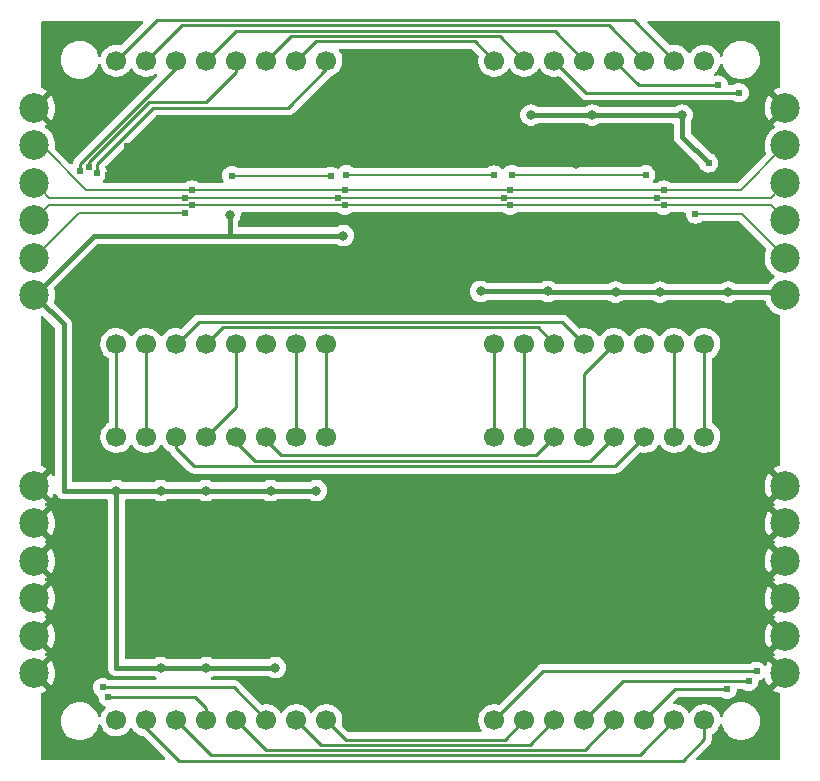
<source format=gtl>
G04 #@! TF.GenerationSoftware,KiCad,Pcbnew,(6.0.6)*
G04 #@! TF.CreationDate,2022-10-25T18:49:34+02:00*
G04 #@! TF.ProjectId,matrix_module,6d617472-6978-45f6-9d6f-64756c652e6b,rev?*
G04 #@! TF.SameCoordinates,Original*
G04 #@! TF.FileFunction,Copper,L1,Top*
G04 #@! TF.FilePolarity,Positive*
%FSLAX46Y46*%
G04 Gerber Fmt 4.6, Leading zero omitted, Abs format (unit mm)*
G04 Created by KiCad (PCBNEW (6.0.6)) date 2022-10-25 18:49:34*
%MOMM*%
%LPD*%
G01*
G04 APERTURE LIST*
G04 #@! TA.AperFunction,ComponentPad*
%ADD10C,1.700000*%
G04 #@! TD*
G04 #@! TA.AperFunction,CastellatedPad*
%ADD11C,2.500000*%
G04 #@! TD*
G04 #@! TA.AperFunction,ViaPad*
%ADD12C,0.800000*%
G04 #@! TD*
G04 #@! TA.AperFunction,ViaPad*
%ADD13C,0.609600*%
G04 #@! TD*
G04 #@! TA.AperFunction,Conductor*
%ADD14C,0.304800*%
G04 #@! TD*
G04 #@! TA.AperFunction,Conductor*
%ADD15C,0.203200*%
G04 #@! TD*
G04 #@! TA.AperFunction,Conductor*
%ADD16C,0.254000*%
G04 #@! TD*
G04 #@! TA.AperFunction,Conductor*
%ADD17C,0.406400*%
G04 #@! TD*
G04 APERTURE END LIST*
D10*
X7110000Y3920000D03*
X9650000Y3920000D03*
X12190000Y3920000D03*
X14730000Y3920000D03*
X17270000Y3920000D03*
X19810000Y3920000D03*
X22350000Y3920000D03*
X24890000Y3920000D03*
X24890000Y27920000D03*
X22350000Y27920000D03*
X19810000Y27920000D03*
X17270000Y27920000D03*
X14730000Y27920000D03*
X12190000Y27920000D03*
X9650000Y27920000D03*
X7110000Y27920000D03*
X24890000Y-3920000D03*
X22350000Y-3920000D03*
X19810000Y-3920000D03*
X17270000Y-3920000D03*
X14730000Y-3920000D03*
X12190000Y-3920000D03*
X9650000Y-3920000D03*
X7110000Y-3920000D03*
X7110000Y-27920000D03*
X9650000Y-27920000D03*
X12190000Y-27920000D03*
X14730000Y-27920000D03*
X17270000Y-27920000D03*
X19810000Y-27920000D03*
X22350000Y-27920000D03*
X24890000Y-27920000D03*
X39110000Y3920000D03*
X41650000Y3920000D03*
X44190000Y3920000D03*
X46730000Y3920000D03*
X49270000Y3920000D03*
X51810000Y3920000D03*
X54350000Y3920000D03*
X56890000Y3920000D03*
X56890000Y27920000D03*
X54350000Y27920000D03*
X51810000Y27920000D03*
X49270000Y27920000D03*
X46730000Y27920000D03*
X44190000Y27920000D03*
X41650000Y27920000D03*
X39110000Y27920000D03*
X56890000Y-3920000D03*
X54350000Y-3920000D03*
X51810000Y-3920000D03*
X49270000Y-3920000D03*
X46730000Y-3920000D03*
X44190000Y-3920000D03*
X41650000Y-3920000D03*
X39110000Y-3920000D03*
X39110000Y-27920000D03*
X41650000Y-27920000D03*
X44190000Y-27920000D03*
X46730000Y-27920000D03*
X49270000Y-27920000D03*
X51810000Y-27920000D03*
X54350000Y-27920000D03*
X56890000Y-27920000D03*
D11*
X63760000Y23937500D03*
X63760000Y20762500D03*
X63760000Y17587500D03*
X63760000Y14412500D03*
X63760000Y11237500D03*
X63760000Y8062500D03*
X160000Y-8062500D03*
X160000Y-11237500D03*
X160000Y-14412500D03*
X160000Y-17587500D03*
X160000Y-20762500D03*
X160000Y-23937500D03*
X160000Y23937500D03*
X160000Y20762500D03*
X160000Y17587500D03*
X160000Y14412500D03*
X160000Y11237500D03*
X160000Y8062500D03*
X63760000Y-8062500D03*
X63760000Y-11237500D03*
X63760000Y-14412500D03*
X63760000Y-17587500D03*
X63760000Y-20762500D03*
X63760000Y-23937500D03*
D12*
X46024800Y19202400D03*
D13*
X8026400Y20726400D03*
D12*
X47294800Y-10109200D03*
X58826400Y19100800D03*
X51054000Y-10109200D03*
X54914800Y-10058400D03*
D13*
X6400800Y18237200D03*
D12*
X58826400Y13055600D03*
D13*
X13500124Y15679802D03*
X40451374Y15679802D03*
X26455124Y15674802D03*
X53451374Y15679802D03*
X52882800Y16324862D03*
X12952608Y16323369D03*
X25908000Y16319862D03*
X39928800Y16324862D03*
X40451250Y16970000D03*
X53451250Y16970000D03*
X13506650Y16967200D03*
X26455000Y16965000D03*
X12954000Y15036800D03*
X61315600Y-23774400D03*
X59842400Y25196800D03*
X58826400Y-25298400D03*
X60655200Y-24638000D03*
X58064400Y25857200D03*
X4064000Y18542000D03*
X5943600Y-25146000D03*
X5486400Y18440400D03*
X6400800Y-25958800D03*
X4826000Y18948400D03*
X56134000Y14935200D03*
X16865600Y18186400D03*
X25298400Y18135600D03*
X26575000Y18275000D03*
X39105150Y18242200D03*
X40575000Y18275000D03*
X51917600Y18275000D03*
D12*
X43637200Y8382000D03*
X7112000Y-8483600D03*
X20167600Y-8483600D03*
X24028400Y-8483600D03*
X26314400Y13106400D03*
X58928000Y8331200D03*
X20574000Y-23469600D03*
X53136800Y8331200D03*
X47396400Y23317200D03*
X49377600Y8331200D03*
X14732000Y-23469600D03*
X42214800Y23317200D03*
X10871200Y-8483600D03*
X16713200Y14884400D03*
X10871200Y-23469600D03*
X37947600Y8382000D03*
X55016400Y23317200D03*
D13*
X57250000Y19254800D03*
D12*
X14681200Y-8483600D03*
D14*
X8026400Y20726400D02*
X8026400Y19862800D01*
X8026400Y19862800D02*
X6400800Y18237200D01*
D15*
X1427302Y15679802D02*
X351100Y14603600D01*
X13500124Y15679802D02*
X1427302Y15679802D01*
X26450124Y15679802D02*
X26455124Y15674802D01*
X53451374Y15679802D02*
X62492698Y15679802D01*
X40451374Y15679802D02*
X53451374Y15679802D01*
X13500124Y15679802D02*
X26450124Y15679802D01*
X62492698Y15679802D02*
X63648900Y14523600D01*
X40446374Y15674802D02*
X40451374Y15679802D01*
X26455124Y15674802D02*
X40446374Y15674802D01*
X13090000Y16324862D02*
X13237790Y16324862D01*
X12952608Y16323369D02*
X1424131Y16323369D01*
X40041250Y16324862D02*
X53041250Y16324862D01*
X40024688Y16308300D02*
X40041250Y16324862D01*
X1424131Y16323369D02*
X777500Y16970000D01*
X13237790Y16324862D02*
X13254352Y16308300D01*
X13254352Y16308300D02*
X40024688Y16308300D01*
X52882800Y16324862D02*
X62497362Y16324862D01*
X62497362Y16324862D02*
X63142500Y16970000D01*
X26455000Y16965000D02*
X40446250Y16965000D01*
X13506650Y16967200D02*
X4572000Y16967200D01*
X53451250Y16970000D02*
X59967500Y16970000D01*
X776700Y20762500D02*
X351100Y20762500D01*
X4572000Y16967200D02*
X776700Y20762500D01*
X40451250Y16970000D02*
X53451250Y16970000D01*
X26455000Y16965000D02*
X13554250Y16965000D01*
X40446250Y16965000D02*
X40451250Y16970000D01*
X59967500Y16970000D02*
X63648900Y20651400D01*
X3959300Y15036800D02*
X351100Y11428600D01*
X12954000Y15036800D02*
X3959300Y15036800D01*
D16*
X14730000Y3920000D02*
X14740400Y3920000D01*
X14740400Y3920000D02*
X16154400Y5334000D01*
X42776000Y5334000D02*
X44190000Y3920000D01*
X16154400Y5334000D02*
X42776000Y5334000D01*
X39110000Y27920000D02*
X37469900Y29560100D01*
X37469900Y29560100D02*
X23990100Y29560100D01*
X23990100Y29560100D02*
X22350000Y27920000D01*
X21884100Y29994100D02*
X19810000Y27920000D01*
X41650000Y27920000D02*
X39575900Y29994100D01*
X39575900Y29994100D02*
X21884100Y29994100D01*
X12630000Y30900000D02*
X9650000Y27920000D01*
X48830000Y30900000D02*
X12630000Y30900000D01*
X51810000Y27920000D02*
X48830000Y30900000D01*
X24890000Y-27920000D02*
X26530100Y-29560100D01*
X26530100Y-29560100D02*
X40009900Y-29560100D01*
X40009900Y-29560100D02*
X41650000Y-27920000D01*
X19778100Y-30428100D02*
X46761900Y-30428100D01*
X17270000Y-27920000D02*
X19778100Y-30428100D01*
X46761900Y-30428100D02*
X49270000Y-27920000D01*
X12190000Y-3920000D02*
X12190000Y-4874800D01*
X49329200Y-6400800D02*
X51810000Y-3920000D01*
X13716000Y-6400800D02*
X49329200Y-6400800D01*
X12190000Y-4874800D02*
X13716000Y-6400800D01*
X17270000Y-4366800D02*
X18846800Y-5943600D01*
X47246400Y-5943600D02*
X49270000Y-3920000D01*
X17270000Y-3920000D02*
X17270000Y-4366800D01*
X18846800Y-5943600D02*
X47246400Y-5943600D01*
X10524000Y31334000D02*
X50936000Y31334000D01*
X50936000Y31334000D02*
X54350000Y27920000D01*
X7110000Y27920000D02*
X10524000Y31334000D01*
X21082000Y-5435600D02*
X42674400Y-5435600D01*
X42674400Y-5435600D02*
X44190000Y-3920000D01*
X19810000Y-4163600D02*
X21082000Y-5435600D01*
X19810000Y-3920000D02*
X19810000Y-4163600D01*
X42115900Y-29994100D02*
X24424100Y-29994100D01*
X24424100Y-29994100D02*
X22350000Y-27920000D01*
X44190000Y-27920000D02*
X42115900Y-29994100D01*
X54350000Y-27920000D02*
X51407900Y-30862100D01*
X51407900Y-30862100D02*
X15132100Y-30862100D01*
X15132100Y-30862100D02*
X12190000Y-27920000D01*
X17238100Y30428100D02*
X14730000Y27920000D01*
X46730000Y27920000D02*
X44221900Y30428100D01*
X44221900Y30428100D02*
X17238100Y30428100D01*
X12190000Y3920000D02*
X12251200Y3920000D01*
X14122400Y5791200D02*
X44858800Y5791200D01*
X44858800Y5791200D02*
X46730000Y3920000D01*
X12251200Y3920000D02*
X14122400Y5791200D01*
X39110000Y3920000D02*
X39110000Y-3920000D01*
X56890000Y3920000D02*
X56890000Y-3920000D01*
X46730000Y1380000D02*
X49270000Y3920000D01*
X46730000Y-3920000D02*
X46730000Y1380000D01*
X61315600Y-23774400D02*
X43255600Y-23774400D01*
X43255600Y-23774400D02*
X39110000Y-27920000D01*
X59842400Y25196800D02*
X46913200Y25196800D01*
X46913200Y25196800D02*
X44190000Y27920000D01*
X54431600Y-25298400D02*
X51810000Y-27920000D01*
X58826400Y-25298400D02*
X54431600Y-25298400D01*
X41650000Y3920000D02*
X41650000Y-3920000D01*
X54350000Y3920000D02*
X54350000Y-3920000D01*
X51332800Y25857200D02*
X49270000Y27920000D01*
X58064400Y25857200D02*
X51332800Y25857200D01*
X60655200Y-24638000D02*
X50012000Y-24638000D01*
X50012000Y-24638000D02*
X46730000Y-27920000D01*
X7110000Y3920000D02*
X7110000Y-3920000D01*
X24890000Y3920000D02*
X24890000Y-3920000D01*
X17270000Y3920000D02*
X17270000Y-1380000D01*
X17270000Y-1380000D02*
X14730000Y-3920000D01*
X12190000Y27328400D02*
X4064000Y19202400D01*
X12190000Y27920000D02*
X12190000Y27328400D01*
X4064000Y19202400D02*
X4064000Y18694400D01*
X24890000Y27920000D02*
X24890000Y27176000D01*
X21640800Y23926800D02*
X10210800Y23926800D01*
X10210800Y23926800D02*
X5486400Y19202400D01*
X5943600Y-25146000D02*
X17036000Y-25146000D01*
X5486400Y19202400D02*
X5486400Y18592800D01*
X17036000Y-25146000D02*
X19810000Y-27920000D01*
X24890000Y27176000D02*
X21640800Y23926800D01*
X9650000Y3920000D02*
X9650000Y-3920000D01*
X22350000Y3920000D02*
X22350000Y-3920000D01*
X6400800Y-25958800D02*
X13766800Y-25958800D01*
X9906000Y24384000D02*
X4826000Y19304000D01*
X17270000Y26972800D02*
X14681200Y24384000D01*
X13766800Y-25958800D02*
X14730000Y-26922000D01*
X14730000Y-26922000D02*
X14730000Y-27920000D01*
X4826000Y19304000D02*
X4826000Y19050000D01*
X17270000Y27920000D02*
X17270000Y26972800D01*
X14681200Y24384000D02*
X9906000Y24384000D01*
D15*
X60062300Y14935200D02*
X63648900Y11348600D01*
X56134000Y14935200D02*
X60062300Y14935200D01*
D16*
X9650000Y-28598400D02*
X12395200Y-31343600D01*
X12395200Y-31343600D02*
X55067200Y-31343600D01*
X9650000Y-27920000D02*
X9650000Y-28598400D01*
X55067200Y-31343600D02*
X56890000Y-29520800D01*
X56890000Y-29520800D02*
X56890000Y-27920000D01*
D15*
X25247600Y18186400D02*
X25298400Y18135600D01*
X16865600Y18186400D02*
X25247600Y18186400D01*
X39105150Y18242200D02*
X26607800Y18242200D01*
X26607800Y18242200D02*
X26575000Y18275000D01*
X51917600Y18275000D02*
X40575000Y18275000D01*
D17*
X43637200Y8382000D02*
X37947600Y8382000D01*
X49377600Y8331200D02*
X43688000Y8331200D01*
X2641600Y5580900D02*
X401900Y7820600D01*
X63491300Y8331200D02*
X63598100Y8224400D01*
D15*
X63338900Y8483600D02*
X63648900Y8173600D01*
D17*
X43688000Y8331200D02*
X43637200Y8382000D01*
X16662400Y13106400D02*
X5203900Y13106400D01*
X16713200Y14884400D02*
X16713200Y13157200D01*
X5203900Y13106400D02*
X4278350Y12180850D01*
X7112000Y-8483600D02*
X2641600Y-8483600D01*
X47396400Y23317200D02*
X55016400Y23317200D01*
X20167600Y-8483600D02*
X24028400Y-8483600D01*
X7112000Y-8483600D02*
X10871200Y-8483600D01*
X14681200Y-8483600D02*
X20167600Y-8483600D01*
X4278350Y12180850D02*
X452700Y8355200D01*
X55016400Y23317200D02*
X55016400Y21488400D01*
X10871200Y-8483600D02*
X14681200Y-8483600D01*
X55016400Y21488400D02*
X57250000Y19254800D01*
X16713200Y13157200D02*
X16662400Y13106400D01*
X10871200Y-23469600D02*
X14732000Y-23469600D01*
X7112000Y-23469600D02*
X7112000Y-8483600D01*
X58928000Y8331200D02*
X63491300Y8331200D01*
X14732000Y-23469600D02*
X20574000Y-23469600D01*
X42214800Y23317200D02*
X47396400Y23317200D01*
X26314400Y13106400D02*
X16662400Y13106400D01*
X2641600Y-8483600D02*
X2641600Y5580900D01*
X10871200Y-23469600D02*
X7112000Y-23469600D01*
X53136800Y8331200D02*
X49377600Y8331200D01*
X58928000Y8331200D02*
X53136800Y8331200D01*
G04 #@! TA.AperFunction,Conductor*
G36*
X917012Y-8460756D02*
G01*
X923595Y-8466885D01*
X1559913Y-9103203D01*
X1572293Y-9109963D01*
X1580634Y-9103719D01*
X1706765Y-8907627D01*
X1711212Y-8899436D01*
X1763770Y-8782763D01*
X1809986Y-8728869D01*
X1878002Y-8708516D01*
X1946225Y-8728166D01*
X1992994Y-8781582D01*
X1996518Y-8789977D01*
X2003572Y-8808645D01*
X2003574Y-8808649D01*
X2006257Y-8815749D01*
X2010556Y-8822005D01*
X2010557Y-8822006D01*
X2025189Y-8843296D01*
X2033310Y-8856865D01*
X2048644Y-8886573D01*
X2053633Y-8892292D01*
X2053635Y-8892295D01*
X2073513Y-8915082D01*
X2082399Y-8926538D01*
X2103825Y-8957712D01*
X2109502Y-8962770D01*
X2128778Y-8979945D01*
X2139906Y-8991190D01*
X2152478Y-9005601D01*
X2161882Y-9016381D01*
X2168100Y-9020751D01*
X2192834Y-9038135D01*
X2204192Y-9047136D01*
X2232440Y-9072304D01*
X2239153Y-9075858D01*
X2239154Y-9075859D01*
X2261984Y-9087947D01*
X2275467Y-9096209D01*
X2302816Y-9115430D01*
X2309896Y-9118190D01*
X2309897Y-9118191D01*
X2338059Y-9129172D01*
X2351242Y-9135207D01*
X2384676Y-9152909D01*
X2409361Y-9159110D01*
X2417102Y-9161054D01*
X2432175Y-9165865D01*
X2443137Y-9170139D01*
X2463308Y-9178003D01*
X2500805Y-9182940D01*
X2515047Y-9185656D01*
X2551745Y-9194874D01*
X2559344Y-9194914D01*
X2559345Y-9194914D01*
X2566312Y-9194950D01*
X2592049Y-9195086D01*
X2593424Y-9195134D01*
X2594687Y-9195300D01*
X2632821Y-9195300D01*
X2633481Y-9195302D01*
X2719579Y-9195753D01*
X2719582Y-9195753D01*
X2724002Y-9195776D01*
X2725525Y-9195410D01*
X2727440Y-9195300D01*
X6274300Y-9195300D01*
X6342421Y-9215302D01*
X6388914Y-9268958D01*
X6400300Y-9321300D01*
X6400300Y-23460821D01*
X6400298Y-23461481D01*
X6399824Y-23552002D01*
X6406828Y-23581178D01*
X6408656Y-23588792D01*
X6411224Y-23603066D01*
X6415768Y-23640611D01*
X6427585Y-23671884D01*
X6432229Y-23686979D01*
X6440037Y-23719501D01*
X6457391Y-23753123D01*
X6463286Y-23766365D01*
X6476657Y-23801749D01*
X6480956Y-23808005D01*
X6480957Y-23808006D01*
X6495589Y-23829296D01*
X6503710Y-23842865D01*
X6519044Y-23872573D01*
X6524033Y-23878292D01*
X6524035Y-23878295D01*
X6543913Y-23901082D01*
X6552799Y-23912538D01*
X6574225Y-23943712D01*
X6579902Y-23948770D01*
X6599178Y-23965945D01*
X6610306Y-23977190D01*
X6625710Y-23994847D01*
X6632282Y-24002381D01*
X6638500Y-24006751D01*
X6663234Y-24024135D01*
X6674592Y-24033136D01*
X6702840Y-24058304D01*
X6709553Y-24061858D01*
X6709554Y-24061859D01*
X6732384Y-24073947D01*
X6745867Y-24082209D01*
X6773216Y-24101430D01*
X6780296Y-24104190D01*
X6780297Y-24104191D01*
X6808459Y-24115172D01*
X6821642Y-24121207D01*
X6855076Y-24138909D01*
X6879761Y-24145110D01*
X6887502Y-24147054D01*
X6902575Y-24151865D01*
X6913537Y-24156139D01*
X6933708Y-24164003D01*
X6971205Y-24168940D01*
X6985447Y-24171656D01*
X7022145Y-24180874D01*
X7029744Y-24180914D01*
X7029745Y-24180914D01*
X7036712Y-24180950D01*
X7062449Y-24181086D01*
X7063824Y-24181134D01*
X7065087Y-24181300D01*
X7103221Y-24181300D01*
X7103881Y-24181302D01*
X7189979Y-24181753D01*
X7189982Y-24181753D01*
X7194402Y-24181776D01*
X7195925Y-24181410D01*
X7197840Y-24181300D01*
X10264199Y-24181300D01*
X10332320Y-24201302D01*
X10338260Y-24205364D01*
X10369222Y-24227859D01*
X10414448Y-24260718D01*
X10420483Y-24263405D01*
X10433933Y-24269394D01*
X10488028Y-24315374D01*
X10508677Y-24383301D01*
X10489324Y-24451609D01*
X10436113Y-24498611D01*
X10382683Y-24510500D01*
X6496743Y-24510500D01*
X6429229Y-24490885D01*
X6302383Y-24410386D01*
X6179329Y-24366568D01*
X6137127Y-24351540D01*
X6137125Y-24351539D01*
X6130493Y-24349178D01*
X6123507Y-24348345D01*
X6123503Y-24348344D01*
X5993926Y-24332894D01*
X5949314Y-24327574D01*
X5942311Y-24328310D01*
X5942310Y-24328310D01*
X5896075Y-24333170D01*
X5767851Y-24346646D01*
X5761183Y-24348916D01*
X5601790Y-24403178D01*
X5601787Y-24403179D01*
X5595123Y-24405448D01*
X5439714Y-24501056D01*
X5309350Y-24628718D01*
X5210508Y-24782090D01*
X5208099Y-24788710D01*
X5208097Y-24788713D01*
X5150510Y-24946932D01*
X5148102Y-24953549D01*
X5125234Y-25134573D01*
X5143039Y-25316164D01*
X5200633Y-25489299D01*
X5204282Y-25495324D01*
X5285967Y-25630201D01*
X5295154Y-25645371D01*
X5421903Y-25776623D01*
X5526160Y-25844847D01*
X5572208Y-25898883D01*
X5582198Y-25947396D01*
X5582434Y-25947373D01*
X5583121Y-25954380D01*
X5583121Y-25954382D01*
X5587260Y-25996595D01*
X5600239Y-26128964D01*
X5657833Y-26302099D01*
X5661482Y-26308124D01*
X5745733Y-26447238D01*
X5752354Y-26458171D01*
X5757245Y-26463236D01*
X5757246Y-26463237D01*
X5792729Y-26499980D01*
X5879103Y-26589423D01*
X5884995Y-26593278D01*
X5884999Y-26593282D01*
X6025885Y-26685475D01*
X6031781Y-26689333D01*
X6129091Y-26725522D01*
X6185966Y-26768014D01*
X6210839Y-26834511D01*
X6195814Y-26903900D01*
X6176263Y-26930669D01*
X6119914Y-26989636D01*
X6064269Y-27047865D01*
X6050629Y-27062138D01*
X5924743Y-27246680D01*
X5830688Y-27449305D01*
X5816238Y-27501409D01*
X5795431Y-27576436D01*
X5757952Y-27636734D01*
X5693823Y-27667197D01*
X5623405Y-27658153D01*
X5569055Y-27612474D01*
X5551495Y-27572178D01*
X5535660Y-27506221D01*
X5534505Y-27501409D01*
X5532611Y-27496836D01*
X5439511Y-27272072D01*
X5439509Y-27272068D01*
X5437616Y-27267498D01*
X5305328Y-27051624D01*
X5140898Y-26859102D01*
X4948376Y-26694672D01*
X4732502Y-26562384D01*
X4727932Y-26560491D01*
X4727928Y-26560489D01*
X4503164Y-26467389D01*
X4503162Y-26467388D01*
X4498591Y-26465495D01*
X4413968Y-26445179D01*
X4257216Y-26407546D01*
X4257210Y-26407545D01*
X4252403Y-26406391D01*
X4152584Y-26398535D01*
X4065655Y-26391693D01*
X4065648Y-26391693D01*
X4063199Y-26391500D01*
X3936801Y-26391500D01*
X3934352Y-26391693D01*
X3934345Y-26391693D01*
X3847416Y-26398535D01*
X3747597Y-26406391D01*
X3742790Y-26407545D01*
X3742784Y-26407546D01*
X3586032Y-26445179D01*
X3501409Y-26465495D01*
X3496838Y-26467388D01*
X3496836Y-26467389D01*
X3272072Y-26560489D01*
X3272068Y-26560491D01*
X3267498Y-26562384D01*
X3051624Y-26694672D01*
X2859102Y-26859102D01*
X2694672Y-27051624D01*
X2562384Y-27267498D01*
X2560491Y-27272068D01*
X2560489Y-27272072D01*
X2467389Y-27496836D01*
X2465495Y-27501409D01*
X2464340Y-27506221D01*
X2425091Y-27669707D01*
X2406391Y-27747597D01*
X2386526Y-28000000D01*
X2406391Y-28252403D01*
X2407545Y-28257210D01*
X2407546Y-28257216D01*
X2424453Y-28327639D01*
X2465495Y-28498591D01*
X2467388Y-28503162D01*
X2467389Y-28503164D01*
X2516645Y-28622077D01*
X2562384Y-28732502D01*
X2694672Y-28948376D01*
X2859102Y-29140898D01*
X2862858Y-29144106D01*
X2868984Y-29149338D01*
X3051624Y-29305328D01*
X3267498Y-29437616D01*
X3272068Y-29439509D01*
X3272072Y-29439511D01*
X3496836Y-29532611D01*
X3501409Y-29534505D01*
X3586032Y-29554821D01*
X3742784Y-29592454D01*
X3742790Y-29592455D01*
X3747597Y-29593609D01*
X3847416Y-29601465D01*
X3934345Y-29608307D01*
X3934352Y-29608307D01*
X3936801Y-29608500D01*
X4063199Y-29608500D01*
X4065648Y-29608307D01*
X4065655Y-29608307D01*
X4152584Y-29601465D01*
X4252403Y-29593609D01*
X4257210Y-29592455D01*
X4257216Y-29592454D01*
X4413968Y-29554821D01*
X4498591Y-29534505D01*
X4503164Y-29532611D01*
X4727928Y-29439511D01*
X4727932Y-29439509D01*
X4732502Y-29437616D01*
X4948376Y-29305328D01*
X5131016Y-29149338D01*
X5137142Y-29144106D01*
X5140898Y-29140898D01*
X5305328Y-28948376D01*
X5437616Y-28732502D01*
X5483356Y-28622077D01*
X5532611Y-28503164D01*
X5532612Y-28503162D01*
X5534505Y-28498591D01*
X5570757Y-28347591D01*
X5606109Y-28286022D01*
X5669136Y-28253339D01*
X5739827Y-28259920D01*
X5795738Y-28303674D01*
X5810018Y-28329599D01*
X5893266Y-28534616D01*
X5944019Y-28617438D01*
X6007291Y-28720688D01*
X6009987Y-28725088D01*
X6156250Y-28893938D01*
X6328126Y-29036632D01*
X6521000Y-29149338D01*
X6729692Y-29229030D01*
X6734760Y-29230061D01*
X6734763Y-29230062D01*
X6833401Y-29250130D01*
X6948597Y-29273567D01*
X6953772Y-29273757D01*
X6953774Y-29273757D01*
X7166673Y-29281564D01*
X7166677Y-29281564D01*
X7171837Y-29281753D01*
X7176957Y-29281097D01*
X7176959Y-29281097D01*
X7388288Y-29254025D01*
X7388289Y-29254025D01*
X7393416Y-29253368D01*
X7398366Y-29251883D01*
X7602429Y-29190661D01*
X7602434Y-29190659D01*
X7607384Y-29189174D01*
X7807994Y-29090896D01*
X7989860Y-28961173D01*
X8148096Y-28803489D01*
X8157096Y-28790965D01*
X8278453Y-28622077D01*
X8279776Y-28623028D01*
X8326645Y-28579857D01*
X8396580Y-28567625D01*
X8462026Y-28595144D01*
X8489875Y-28626994D01*
X8549987Y-28725088D01*
X8696250Y-28893938D01*
X8868126Y-29036632D01*
X9061000Y-29149338D01*
X9269692Y-29229030D01*
X9274760Y-29230061D01*
X9274763Y-29230062D01*
X9373398Y-29250130D01*
X9437372Y-29284505D01*
X11229272Y-31076405D01*
X11263298Y-31138717D01*
X11258233Y-31209532D01*
X11215686Y-31266368D01*
X11149166Y-31291179D01*
X11140177Y-31291500D01*
X834500Y-31291500D01*
X766379Y-31271498D01*
X719886Y-31217842D01*
X708500Y-31165500D01*
X708500Y-25698322D01*
X728502Y-25630201D01*
X784762Y-25582554D01*
X969736Y-25503083D01*
X978008Y-25498776D01*
X1192249Y-25366200D01*
X1199188Y-25361158D01*
X1207518Y-25348519D01*
X1201456Y-25338166D01*
X745405Y-24882115D01*
X711379Y-24819803D01*
X708500Y-24793020D01*
X708500Y-24430980D01*
X728502Y-24362859D01*
X782158Y-24316366D01*
X852432Y-24306262D01*
X917012Y-24335756D01*
X923595Y-24341885D01*
X1559913Y-24978203D01*
X1572293Y-24984963D01*
X1580634Y-24978719D01*
X1706765Y-24782627D01*
X1711212Y-24774436D01*
X1814691Y-24544722D01*
X1817882Y-24535955D01*
X1886269Y-24293476D01*
X1888129Y-24284334D01*
X1920116Y-24032896D01*
X1920597Y-24026608D01*
X1922847Y-23940660D01*
X1922696Y-23934351D01*
X1903912Y-23681574D01*
X1902536Y-23672368D01*
X1846929Y-23426626D01*
X1844205Y-23417715D01*
X1752888Y-23182892D01*
X1748877Y-23174483D01*
X1623854Y-22955740D01*
X1618643Y-22948014D01*
X1581391Y-22900761D01*
X1569466Y-22892290D01*
X1557934Y-22898776D01*
X923595Y-23533115D01*
X861283Y-23567141D01*
X790468Y-23562076D01*
X733632Y-23519529D01*
X708821Y-23453009D01*
X708500Y-23444020D01*
X708500Y-23081980D01*
X728502Y-23013859D01*
X745405Y-22992885D01*
X1198419Y-22539871D01*
X1204803Y-22528181D01*
X1195391Y-22516071D01*
X1104303Y-22452881D01*
X1059732Y-22397618D01*
X1052115Y-22327031D01*
X1083869Y-22263531D01*
X1109819Y-22242209D01*
X1192249Y-22191200D01*
X1199188Y-22186158D01*
X1207518Y-22173519D01*
X1201456Y-22163166D01*
X745405Y-21707115D01*
X711379Y-21644803D01*
X708500Y-21618020D01*
X708500Y-21255980D01*
X728502Y-21187859D01*
X782158Y-21141366D01*
X852432Y-21131262D01*
X917012Y-21160756D01*
X923595Y-21166885D01*
X1559913Y-21803203D01*
X1572293Y-21809963D01*
X1580634Y-21803719D01*
X1706765Y-21607627D01*
X1711212Y-21599436D01*
X1814691Y-21369722D01*
X1817882Y-21360955D01*
X1886269Y-21118476D01*
X1888129Y-21109334D01*
X1920116Y-20857896D01*
X1920597Y-20851608D01*
X1922847Y-20765660D01*
X1922696Y-20759351D01*
X1903912Y-20506574D01*
X1902536Y-20497368D01*
X1846929Y-20251626D01*
X1844205Y-20242715D01*
X1752888Y-20007892D01*
X1748877Y-19999483D01*
X1623854Y-19780740D01*
X1618643Y-19773014D01*
X1581391Y-19725761D01*
X1569466Y-19717290D01*
X1557934Y-19723776D01*
X923595Y-20358115D01*
X861283Y-20392141D01*
X790468Y-20387076D01*
X733632Y-20344529D01*
X708821Y-20278009D01*
X708500Y-20269020D01*
X708500Y-19906980D01*
X728502Y-19838859D01*
X745405Y-19817885D01*
X1198419Y-19364871D01*
X1204803Y-19353181D01*
X1195391Y-19341071D01*
X1104303Y-19277881D01*
X1059732Y-19222618D01*
X1052115Y-19152031D01*
X1083869Y-19088531D01*
X1109819Y-19067209D01*
X1192249Y-19016200D01*
X1199188Y-19011158D01*
X1207518Y-18998519D01*
X1201456Y-18988166D01*
X745405Y-18532115D01*
X711379Y-18469803D01*
X708500Y-18443020D01*
X708500Y-18080980D01*
X728502Y-18012859D01*
X782158Y-17966366D01*
X852432Y-17956262D01*
X917012Y-17985756D01*
X923595Y-17991885D01*
X1559913Y-18628203D01*
X1572293Y-18634963D01*
X1580634Y-18628719D01*
X1706765Y-18432627D01*
X1711212Y-18424436D01*
X1814691Y-18194722D01*
X1817882Y-18185955D01*
X1886269Y-17943476D01*
X1888129Y-17934334D01*
X1920116Y-17682896D01*
X1920597Y-17676608D01*
X1922847Y-17590660D01*
X1922696Y-17584351D01*
X1903912Y-17331574D01*
X1902536Y-17322368D01*
X1846929Y-17076626D01*
X1844205Y-17067715D01*
X1752888Y-16832892D01*
X1748877Y-16824483D01*
X1623854Y-16605740D01*
X1618643Y-16598014D01*
X1581391Y-16550761D01*
X1569466Y-16542290D01*
X1557934Y-16548776D01*
X923595Y-17183115D01*
X861283Y-17217141D01*
X790468Y-17212076D01*
X733632Y-17169529D01*
X708821Y-17103009D01*
X708500Y-17094020D01*
X708500Y-16731980D01*
X728502Y-16663859D01*
X745405Y-16642885D01*
X1198419Y-16189871D01*
X1204803Y-16178181D01*
X1195391Y-16166071D01*
X1104303Y-16102881D01*
X1059732Y-16047618D01*
X1052115Y-15977031D01*
X1083869Y-15913531D01*
X1109819Y-15892209D01*
X1192249Y-15841200D01*
X1199188Y-15836158D01*
X1207518Y-15823519D01*
X1201456Y-15813166D01*
X745405Y-15357115D01*
X711379Y-15294803D01*
X708500Y-15268020D01*
X708500Y-14905980D01*
X728502Y-14837859D01*
X782158Y-14791366D01*
X852432Y-14781262D01*
X917012Y-14810756D01*
X923595Y-14816885D01*
X1559913Y-15453203D01*
X1572293Y-15459963D01*
X1580634Y-15453719D01*
X1706765Y-15257627D01*
X1711212Y-15249436D01*
X1814691Y-15019722D01*
X1817882Y-15010955D01*
X1886269Y-14768476D01*
X1888129Y-14759334D01*
X1920116Y-14507896D01*
X1920597Y-14501608D01*
X1922847Y-14415660D01*
X1922696Y-14409351D01*
X1903912Y-14156574D01*
X1902536Y-14147368D01*
X1846929Y-13901626D01*
X1844205Y-13892715D01*
X1752888Y-13657892D01*
X1748877Y-13649483D01*
X1623854Y-13430740D01*
X1618643Y-13423014D01*
X1581391Y-13375761D01*
X1569466Y-13367290D01*
X1557934Y-13373776D01*
X923595Y-14008115D01*
X861283Y-14042141D01*
X790468Y-14037076D01*
X733632Y-13994529D01*
X708821Y-13928009D01*
X708500Y-13919020D01*
X708500Y-13556980D01*
X728502Y-13488859D01*
X745405Y-13467885D01*
X1198419Y-13014871D01*
X1204803Y-13003181D01*
X1195391Y-12991071D01*
X1104303Y-12927881D01*
X1059732Y-12872618D01*
X1052115Y-12802031D01*
X1083869Y-12738531D01*
X1109819Y-12717209D01*
X1192249Y-12666200D01*
X1199188Y-12661158D01*
X1207518Y-12648519D01*
X1201456Y-12638166D01*
X745405Y-12182115D01*
X711379Y-12119803D01*
X708500Y-12093020D01*
X708500Y-11730980D01*
X728502Y-11662859D01*
X782158Y-11616366D01*
X852432Y-11606262D01*
X917012Y-11635756D01*
X923595Y-11641885D01*
X1559913Y-12278203D01*
X1572293Y-12284963D01*
X1580634Y-12278719D01*
X1706765Y-12082627D01*
X1711212Y-12074436D01*
X1814691Y-11844722D01*
X1817882Y-11835955D01*
X1886269Y-11593476D01*
X1888129Y-11584334D01*
X1920116Y-11332896D01*
X1920597Y-11326608D01*
X1922847Y-11240660D01*
X1922696Y-11234351D01*
X1903912Y-10981574D01*
X1902536Y-10972368D01*
X1846929Y-10726626D01*
X1844205Y-10717715D01*
X1752888Y-10482892D01*
X1748877Y-10474483D01*
X1623854Y-10255740D01*
X1618643Y-10248014D01*
X1581391Y-10200761D01*
X1569466Y-10192290D01*
X1557934Y-10198776D01*
X923595Y-10833115D01*
X861283Y-10867141D01*
X790468Y-10862076D01*
X733632Y-10819529D01*
X708821Y-10753009D01*
X708500Y-10744020D01*
X708500Y-10381980D01*
X728502Y-10313859D01*
X745405Y-10292885D01*
X1198419Y-9839871D01*
X1204803Y-9828181D01*
X1195391Y-9816071D01*
X1104303Y-9752881D01*
X1059732Y-9697618D01*
X1052115Y-9627031D01*
X1083869Y-9563531D01*
X1109819Y-9542209D01*
X1192249Y-9491200D01*
X1199188Y-9486158D01*
X1207518Y-9473519D01*
X1201456Y-9463166D01*
X745405Y-9007115D01*
X711379Y-8944803D01*
X708500Y-8918020D01*
X708500Y-8555980D01*
X728502Y-8487859D01*
X782158Y-8441366D01*
X852432Y-8431262D01*
X917012Y-8460756D01*
G37*
G04 #@! TD.AperFunction*
G04 #@! TA.AperFunction,Conductor*
G36*
X63209532Y-24232924D02*
G01*
X63266368Y-24275471D01*
X63291179Y-24341991D01*
X63291500Y-24350980D01*
X63291500Y-24713020D01*
X63271498Y-24781141D01*
X63254595Y-24802115D01*
X62722270Y-25334440D01*
X62715612Y-25346633D01*
X62724325Y-25358153D01*
X62822018Y-25429784D01*
X62829928Y-25434727D01*
X63052890Y-25552033D01*
X63061452Y-25555756D01*
X63207041Y-25606598D01*
X63264759Y-25647940D01*
X63290962Y-25713924D01*
X63291500Y-25725553D01*
X63291500Y-31165500D01*
X63271498Y-31233621D01*
X63217842Y-31280114D01*
X63165500Y-31291500D01*
X56322222Y-31291500D01*
X56254101Y-31271498D01*
X56207608Y-31217842D01*
X56197504Y-31147568D01*
X56226998Y-31082988D01*
X56233127Y-31076405D01*
X57283477Y-30026055D01*
X57291803Y-30018478D01*
X57298303Y-30014353D01*
X57345101Y-29964518D01*
X57347855Y-29961677D01*
X57367638Y-29941894D01*
X57370129Y-29938683D01*
X57377838Y-29929656D01*
X57402789Y-29903086D01*
X57408217Y-29897306D01*
X57418022Y-29879471D01*
X57428876Y-29862947D01*
X57436491Y-29853130D01*
X57436492Y-29853129D01*
X57441349Y-29846867D01*
X57458969Y-29806150D01*
X57464192Y-29795489D01*
X57481749Y-29763553D01*
X57481751Y-29763548D01*
X57485569Y-29756603D01*
X57487539Y-29748929D01*
X57487542Y-29748922D01*
X57490632Y-29736887D01*
X57497036Y-29718182D01*
X57501967Y-29706787D01*
X57505117Y-29699508D01*
X57512060Y-29655673D01*
X57514467Y-29644051D01*
X57525500Y-29601082D01*
X57525500Y-29580735D01*
X57527051Y-29561024D01*
X57528995Y-29548750D01*
X57530235Y-29540921D01*
X57526059Y-29496744D01*
X57525500Y-29484886D01*
X57525500Y-29199235D01*
X57545502Y-29131114D01*
X57586171Y-29091789D01*
X57587994Y-29090896D01*
X57769860Y-28961173D01*
X57928096Y-28803489D01*
X57937096Y-28790965D01*
X58055435Y-28626277D01*
X58058453Y-28622077D01*
X58079320Y-28579857D01*
X58155136Y-28426453D01*
X58155137Y-28426451D01*
X58157430Y-28421811D01*
X58184404Y-28333030D01*
X58223343Y-28273668D01*
X58288197Y-28244781D01*
X58358374Y-28255542D01*
X58411592Y-28302535D01*
X58427480Y-28340247D01*
X58465495Y-28498591D01*
X58467388Y-28503162D01*
X58467389Y-28503164D01*
X58516645Y-28622077D01*
X58562384Y-28732502D01*
X58694672Y-28948376D01*
X58859102Y-29140898D01*
X58862858Y-29144106D01*
X58868984Y-29149338D01*
X59051624Y-29305328D01*
X59267498Y-29437616D01*
X59272068Y-29439509D01*
X59272072Y-29439511D01*
X59496836Y-29532611D01*
X59501409Y-29534505D01*
X59586032Y-29554821D01*
X59742784Y-29592454D01*
X59742790Y-29592455D01*
X59747597Y-29593609D01*
X59847416Y-29601465D01*
X59934345Y-29608307D01*
X59934352Y-29608307D01*
X59936801Y-29608500D01*
X60063199Y-29608500D01*
X60065648Y-29608307D01*
X60065655Y-29608307D01*
X60152584Y-29601465D01*
X60252403Y-29593609D01*
X60257210Y-29592455D01*
X60257216Y-29592454D01*
X60413968Y-29554821D01*
X60498591Y-29534505D01*
X60503164Y-29532611D01*
X60727928Y-29439511D01*
X60727932Y-29439509D01*
X60732502Y-29437616D01*
X60948376Y-29305328D01*
X61131016Y-29149338D01*
X61137142Y-29144106D01*
X61140898Y-29140898D01*
X61305328Y-28948376D01*
X61437616Y-28732502D01*
X61483356Y-28622077D01*
X61532611Y-28503164D01*
X61532612Y-28503162D01*
X61534505Y-28498591D01*
X61575547Y-28327639D01*
X61592454Y-28257216D01*
X61592455Y-28257210D01*
X61593609Y-28252403D01*
X61613474Y-28000000D01*
X61593609Y-27747597D01*
X61574910Y-27669707D01*
X61535660Y-27506221D01*
X61534505Y-27501409D01*
X61532611Y-27496836D01*
X61439511Y-27272072D01*
X61439509Y-27272068D01*
X61437616Y-27267498D01*
X61305328Y-27051624D01*
X61140898Y-26859102D01*
X60948376Y-26694672D01*
X60732502Y-26562384D01*
X60727932Y-26560491D01*
X60727928Y-26560489D01*
X60503164Y-26467389D01*
X60503162Y-26467388D01*
X60498591Y-26465495D01*
X60413968Y-26445179D01*
X60257216Y-26407546D01*
X60257210Y-26407545D01*
X60252403Y-26406391D01*
X60152584Y-26398535D01*
X60065655Y-26391693D01*
X60065648Y-26391693D01*
X60063199Y-26391500D01*
X59936801Y-26391500D01*
X59934352Y-26391693D01*
X59934345Y-26391693D01*
X59847416Y-26398535D01*
X59747597Y-26406391D01*
X59742790Y-26407545D01*
X59742784Y-26407546D01*
X59586032Y-26445179D01*
X59501409Y-26465495D01*
X59496838Y-26467388D01*
X59496836Y-26467389D01*
X59272072Y-26560489D01*
X59272068Y-26560491D01*
X59267498Y-26562384D01*
X59051624Y-26694672D01*
X58859102Y-26859102D01*
X58694672Y-27051624D01*
X58562384Y-27267498D01*
X58560491Y-27272068D01*
X58560489Y-27272072D01*
X58467389Y-27496836D01*
X58465495Y-27501409D01*
X58464340Y-27506221D01*
X58448480Y-27572283D01*
X58413128Y-27633852D01*
X58350102Y-27666535D01*
X58279411Y-27659955D01*
X58223499Y-27616201D01*
X58203757Y-27573565D01*
X58181692Y-27485720D01*
X58181690Y-27485714D01*
X58180431Y-27480702D01*
X58091354Y-27275840D01*
X57970014Y-27088277D01*
X57819670Y-26923051D01*
X57815619Y-26919852D01*
X57815615Y-26919848D01*
X57648414Y-26787800D01*
X57648410Y-26787798D01*
X57644359Y-26784598D01*
X57448789Y-26676638D01*
X57443920Y-26674914D01*
X57443916Y-26674912D01*
X57243087Y-26603795D01*
X57243083Y-26603794D01*
X57238212Y-26602069D01*
X57233119Y-26601162D01*
X57233116Y-26601161D01*
X57023373Y-26563800D01*
X57023367Y-26563799D01*
X57018284Y-26562894D01*
X56944452Y-26561992D01*
X56800081Y-26560228D01*
X56800079Y-26560228D01*
X56794911Y-26560165D01*
X56574091Y-26593955D01*
X56361756Y-26663357D01*
X56331443Y-26679137D01*
X56173679Y-26761264D01*
X56163607Y-26766507D01*
X56159474Y-26769610D01*
X56159471Y-26769612D01*
X56035279Y-26862858D01*
X55984965Y-26900635D01*
X55981393Y-26904373D01*
X55844269Y-27047865D01*
X55830629Y-27062138D01*
X55723201Y-27219621D01*
X55668293Y-27264621D01*
X55597768Y-27272792D01*
X55534021Y-27241538D01*
X55513324Y-27217054D01*
X55432822Y-27092617D01*
X55432820Y-27092614D01*
X55430014Y-27088277D01*
X55279670Y-26923051D01*
X55275619Y-26919852D01*
X55275615Y-26919848D01*
X55108414Y-26787800D01*
X55108410Y-26787798D01*
X55104359Y-26784598D01*
X54908789Y-26676638D01*
X54903920Y-26674914D01*
X54903916Y-26674912D01*
X54703087Y-26603795D01*
X54703083Y-26603794D01*
X54698212Y-26602069D01*
X54693119Y-26601162D01*
X54693116Y-26601161D01*
X54483373Y-26563800D01*
X54483367Y-26563799D01*
X54478284Y-26562894D01*
X54369804Y-26561569D01*
X54301934Y-26540736D01*
X54256100Y-26486517D01*
X54246855Y-26416124D01*
X54277134Y-26351909D01*
X54282249Y-26346483D01*
X54657927Y-25970805D01*
X54720239Y-25936779D01*
X54747022Y-25933900D01*
X58274594Y-25933900D01*
X58343587Y-25954468D01*
X58407964Y-25996595D01*
X58457381Y-26028933D01*
X58463985Y-26031389D01*
X58463987Y-26031390D01*
X58542890Y-26060734D01*
X58628400Y-26092535D01*
X58809260Y-26116667D01*
X58816271Y-26116029D01*
X58816275Y-26116029D01*
X58955980Y-26103314D01*
X58990971Y-26100129D01*
X58997673Y-26097951D01*
X58997675Y-26097951D01*
X59157805Y-26045922D01*
X59157808Y-26045921D01*
X59164504Y-26043745D01*
X59189352Y-26028933D01*
X59315177Y-25953927D01*
X59315180Y-25953925D01*
X59321232Y-25950317D01*
X59431987Y-25844846D01*
X59448262Y-25829348D01*
X59448264Y-25829345D01*
X59453366Y-25824487D01*
X59554339Y-25672510D01*
X59600104Y-25552033D01*
X59616633Y-25508522D01*
X59616634Y-25508517D01*
X59619133Y-25501939D01*
X59635994Y-25381964D01*
X59665282Y-25317290D01*
X59724886Y-25278717D01*
X59760768Y-25273500D01*
X60103394Y-25273500D01*
X60172387Y-25294068D01*
X60270319Y-25358153D01*
X60286181Y-25368533D01*
X60292785Y-25370989D01*
X60292787Y-25370990D01*
X60371691Y-25400334D01*
X60457200Y-25432135D01*
X60638060Y-25456267D01*
X60645071Y-25455629D01*
X60645075Y-25455629D01*
X60784780Y-25442914D01*
X60819771Y-25439729D01*
X60826473Y-25437551D01*
X60826475Y-25437551D01*
X60986605Y-25385522D01*
X60986608Y-25385521D01*
X60993304Y-25383345D01*
X61022065Y-25366200D01*
X61143977Y-25293527D01*
X61143980Y-25293525D01*
X61150032Y-25289917D01*
X61221339Y-25222012D01*
X61277062Y-25168948D01*
X61277064Y-25168945D01*
X61282166Y-25164087D01*
X61383139Y-25012110D01*
X61407898Y-24946932D01*
X61445433Y-24848122D01*
X61445434Y-24848117D01*
X61447933Y-24841539D01*
X61473327Y-24660852D01*
X61473342Y-24659811D01*
X61498284Y-24594032D01*
X61559804Y-24550255D01*
X61647005Y-24521922D01*
X61647008Y-24521921D01*
X61653704Y-24519745D01*
X61659755Y-24516138D01*
X61804377Y-24429927D01*
X61804380Y-24429925D01*
X61810432Y-24426317D01*
X61861929Y-24377277D01*
X61925052Y-24344786D01*
X61995723Y-24351579D01*
X62051502Y-24395502D01*
X62067407Y-24425947D01*
X62147900Y-24650139D01*
X62151700Y-24658674D01*
X62270946Y-24880601D01*
X62275957Y-24888468D01*
X62339446Y-24973490D01*
X62350704Y-24981939D01*
X62363123Y-24975167D01*
X63076405Y-24261885D01*
X63138717Y-24227859D01*
X63209532Y-24232924D01*
G37*
G04 #@! TD.AperFunction*
G04 #@! TA.AperFunction,Conductor*
G36*
X25926566Y15049700D02*
G01*
X25931766Y15045899D01*
X25933427Y15044179D01*
X26004077Y14997947D01*
X26072569Y14953127D01*
X26086105Y14944269D01*
X26092709Y14941813D01*
X26092711Y14941812D01*
X26135847Y14925770D01*
X26257124Y14880667D01*
X26437984Y14856535D01*
X26444995Y14857173D01*
X26444999Y14857173D01*
X26584704Y14869888D01*
X26619695Y14873073D01*
X26626397Y14875251D01*
X26626399Y14875251D01*
X26786529Y14927280D01*
X26786532Y14927281D01*
X26793228Y14929457D01*
X26801616Y14934457D01*
X26943901Y15019275D01*
X26943904Y15019277D01*
X26949956Y15022885D01*
X26957375Y15029950D01*
X26959204Y15030891D01*
X26960667Y15032002D01*
X26960862Y15031745D01*
X27020498Y15062440D01*
X27044264Y15064702D01*
X39868394Y15064702D01*
X39937386Y15044134D01*
X39975375Y15019275D01*
X40023575Y14987734D01*
X40082355Y14949269D01*
X40088959Y14946813D01*
X40088961Y14946812D01*
X40132742Y14930530D01*
X40253374Y14885667D01*
X40434234Y14861535D01*
X40441245Y14862173D01*
X40441249Y14862173D01*
X40584938Y14875251D01*
X40615945Y14878073D01*
X40622647Y14880251D01*
X40622649Y14880251D01*
X40782779Y14932280D01*
X40782782Y14932281D01*
X40789478Y14934457D01*
X40814326Y14949269D01*
X40940151Y15024275D01*
X40940154Y15024277D01*
X40946206Y15027885D01*
X40953625Y15034950D01*
X40955454Y15035891D01*
X40956917Y15037002D01*
X40957112Y15036745D01*
X41016748Y15067440D01*
X41040514Y15069702D01*
X52860753Y15069702D01*
X52929746Y15049134D01*
X52962218Y15027885D01*
X53047550Y14972045D01*
X53082355Y14949269D01*
X53088959Y14946813D01*
X53088961Y14946812D01*
X53132742Y14930530D01*
X53253374Y14885667D01*
X53434234Y14861535D01*
X53441245Y14862173D01*
X53441249Y14862173D01*
X53584938Y14875251D01*
X53615945Y14878073D01*
X53622647Y14880251D01*
X53622649Y14880251D01*
X53782779Y14932280D01*
X53782782Y14932281D01*
X53789478Y14934457D01*
X53814326Y14949269D01*
X53940151Y15024275D01*
X53940154Y15024277D01*
X53946206Y15027885D01*
X53953625Y15034950D01*
X53955454Y15035891D01*
X53956917Y15037002D01*
X53957112Y15036745D01*
X54016748Y15067440D01*
X54040514Y15069702D01*
X55190366Y15069702D01*
X55258487Y15049700D01*
X55304980Y14996044D01*
X55315374Y14946602D01*
X55315634Y14946627D01*
X55316321Y14939620D01*
X55316321Y14939615D01*
X55327395Y14826675D01*
X55333439Y14765036D01*
X55391033Y14591901D01*
X55485554Y14435829D01*
X55490445Y14430764D01*
X55490446Y14430763D01*
X55511134Y14409340D01*
X55612303Y14304577D01*
X55618195Y14300722D01*
X55618199Y14300718D01*
X55759085Y14208525D01*
X55764981Y14204667D01*
X55771585Y14202211D01*
X55771587Y14202210D01*
X55850491Y14172866D01*
X55936000Y14141065D01*
X56116860Y14116933D01*
X56123871Y14117571D01*
X56123875Y14117571D01*
X56263580Y14130286D01*
X56298571Y14133471D01*
X56305273Y14135649D01*
X56305275Y14135649D01*
X56465405Y14187678D01*
X56465408Y14187679D01*
X56472104Y14189855D01*
X56492830Y14202210D01*
X56622777Y14279673D01*
X56622780Y14279675D01*
X56628832Y14283283D01*
X56636251Y14290348D01*
X56638080Y14291289D01*
X56639543Y14292400D01*
X56639738Y14292143D01*
X56699374Y14322838D01*
X56723140Y14325100D01*
X59757399Y14325100D01*
X59825520Y14305098D01*
X59846494Y14288195D01*
X62101729Y12032960D01*
X62135755Y11970648D01*
X62128832Y11895142D01*
X62087697Y11797045D01*
X62023359Y11543717D01*
X61997173Y11283661D01*
X62009713Y11022592D01*
X62060704Y10766244D01*
X62149026Y10520248D01*
X62151242Y10516124D01*
X62215753Y10396063D01*
X62272737Y10290009D01*
X62275532Y10286266D01*
X62275534Y10286263D01*
X62426330Y10084323D01*
X62426335Y10084317D01*
X62429122Y10080585D01*
X62432431Y10077305D01*
X62432436Y10077299D01*
X62530859Y9979732D01*
X62614743Y9896577D01*
X62618505Y9893819D01*
X62618508Y9893816D01*
X62815384Y9749461D01*
X62858492Y9693050D01*
X62864259Y9622288D01*
X62830854Y9559641D01*
X62809964Y9542477D01*
X62690404Y9464090D01*
X62690399Y9464086D01*
X62686491Y9461524D01*
X62491494Y9287482D01*
X62398611Y9175803D01*
X62325860Y9088330D01*
X62266922Y9048747D01*
X62228986Y9042900D01*
X59535001Y9042900D01*
X59466880Y9062902D01*
X59460940Y9066964D01*
X59390094Y9118437D01*
X59390093Y9118438D01*
X59384752Y9122318D01*
X59378724Y9125002D01*
X59378722Y9125003D01*
X59216319Y9197309D01*
X59216318Y9197309D01*
X59210288Y9199994D01*
X59116888Y9219847D01*
X59029944Y9238328D01*
X59029939Y9238328D01*
X59023487Y9239700D01*
X58832513Y9239700D01*
X58826061Y9238328D01*
X58826056Y9238328D01*
X58739112Y9219847D01*
X58645712Y9199994D01*
X58639682Y9197309D01*
X58639681Y9197309D01*
X58477278Y9125003D01*
X58477276Y9125002D01*
X58471248Y9122318D01*
X58465907Y9118438D01*
X58465906Y9118437D01*
X58395060Y9066964D01*
X58328192Y9043106D01*
X58320999Y9042900D01*
X53743801Y9042900D01*
X53675680Y9062902D01*
X53669740Y9066964D01*
X53598894Y9118437D01*
X53598893Y9118438D01*
X53593552Y9122318D01*
X53587524Y9125002D01*
X53587522Y9125003D01*
X53425119Y9197309D01*
X53425118Y9197309D01*
X53419088Y9199994D01*
X53325688Y9219847D01*
X53238744Y9238328D01*
X53238739Y9238328D01*
X53232287Y9239700D01*
X53041313Y9239700D01*
X53034861Y9238328D01*
X53034856Y9238328D01*
X52947912Y9219847D01*
X52854512Y9199994D01*
X52848482Y9197309D01*
X52848481Y9197309D01*
X52686078Y9125003D01*
X52686076Y9125002D01*
X52680048Y9122318D01*
X52674707Y9118438D01*
X52674706Y9118437D01*
X52603860Y9066964D01*
X52536992Y9043106D01*
X52529799Y9042900D01*
X49984601Y9042900D01*
X49916480Y9062902D01*
X49910540Y9066964D01*
X49839694Y9118437D01*
X49839693Y9118438D01*
X49834352Y9122318D01*
X49828324Y9125002D01*
X49828322Y9125003D01*
X49665919Y9197309D01*
X49665918Y9197309D01*
X49659888Y9199994D01*
X49566488Y9219847D01*
X49479544Y9238328D01*
X49479539Y9238328D01*
X49473087Y9239700D01*
X49282113Y9239700D01*
X49275661Y9238328D01*
X49275656Y9238328D01*
X49188712Y9219847D01*
X49095312Y9199994D01*
X49089282Y9197309D01*
X49089281Y9197309D01*
X48926878Y9125003D01*
X48926876Y9125002D01*
X48920848Y9122318D01*
X48915507Y9118438D01*
X48915506Y9118437D01*
X48844660Y9066964D01*
X48777792Y9043106D01*
X48770599Y9042900D01*
X44314121Y9042900D01*
X44246000Y9062902D01*
X44240060Y9066964D01*
X44099294Y9169237D01*
X44099293Y9169238D01*
X44093952Y9173118D01*
X44087924Y9175802D01*
X44087922Y9175803D01*
X43925519Y9248109D01*
X43925518Y9248109D01*
X43919488Y9250794D01*
X43826088Y9270647D01*
X43739144Y9289128D01*
X43739139Y9289128D01*
X43732687Y9290500D01*
X43541713Y9290500D01*
X43535261Y9289128D01*
X43535256Y9289128D01*
X43448313Y9270647D01*
X43354912Y9250794D01*
X43348882Y9248109D01*
X43348881Y9248109D01*
X43186478Y9175803D01*
X43186476Y9175802D01*
X43180448Y9173118D01*
X43175107Y9169238D01*
X43175106Y9169237D01*
X43104260Y9117764D01*
X43037392Y9093906D01*
X43030199Y9093700D01*
X38554601Y9093700D01*
X38486480Y9113702D01*
X38480540Y9117764D01*
X38409694Y9169237D01*
X38409693Y9169238D01*
X38404352Y9173118D01*
X38398324Y9175802D01*
X38398322Y9175803D01*
X38235919Y9248109D01*
X38235918Y9248109D01*
X38229888Y9250794D01*
X38136488Y9270647D01*
X38049544Y9289128D01*
X38049539Y9289128D01*
X38043087Y9290500D01*
X37852113Y9290500D01*
X37845661Y9289128D01*
X37845656Y9289128D01*
X37758713Y9270647D01*
X37665312Y9250794D01*
X37659282Y9248109D01*
X37659281Y9248109D01*
X37496878Y9175803D01*
X37496876Y9175802D01*
X37490848Y9173118D01*
X37336347Y9060866D01*
X37208560Y8918944D01*
X37113073Y8753556D01*
X37054058Y8571928D01*
X37034096Y8382000D01*
X37054058Y8192072D01*
X37113073Y8010444D01*
X37208560Y7845056D01*
X37336347Y7703134D01*
X37409069Y7650298D01*
X37484272Y7595660D01*
X37490848Y7590882D01*
X37496876Y7588198D01*
X37496878Y7588197D01*
X37613940Y7536078D01*
X37665312Y7513206D01*
X37758350Y7493430D01*
X37845656Y7474872D01*
X37845661Y7474872D01*
X37852113Y7473500D01*
X38043087Y7473500D01*
X38049539Y7474872D01*
X38049544Y7474872D01*
X38136850Y7493430D01*
X38229888Y7513206D01*
X38281260Y7536078D01*
X38398322Y7588197D01*
X38398324Y7588198D01*
X38404352Y7590882D01*
X38410929Y7595660D01*
X38480540Y7646236D01*
X38547408Y7670094D01*
X38554601Y7670300D01*
X43030199Y7670300D01*
X43098320Y7650298D01*
X43104260Y7646236D01*
X43173872Y7595660D01*
X43180448Y7590882D01*
X43186476Y7588198D01*
X43186478Y7588197D01*
X43303540Y7536078D01*
X43354912Y7513206D01*
X43447950Y7493430D01*
X43535256Y7474872D01*
X43535261Y7474872D01*
X43541713Y7473500D01*
X43732687Y7473500D01*
X43739139Y7474872D01*
X43739144Y7474872D01*
X43826450Y7493430D01*
X43919488Y7513206D01*
X43970860Y7536078D01*
X44087922Y7588197D01*
X44087924Y7588198D01*
X44093952Y7590882D01*
X44100220Y7595436D01*
X44100846Y7595660D01*
X44105011Y7598064D01*
X44105451Y7597302D01*
X44167087Y7619294D01*
X44174281Y7619500D01*
X48770599Y7619500D01*
X48838720Y7599498D01*
X48844660Y7595436D01*
X48920848Y7540082D01*
X48926876Y7537398D01*
X48926878Y7537397D01*
X49070394Y7473500D01*
X49095312Y7462406D01*
X49188713Y7442553D01*
X49275656Y7424072D01*
X49275661Y7424072D01*
X49282113Y7422700D01*
X49473087Y7422700D01*
X49479539Y7424072D01*
X49479544Y7424072D01*
X49566487Y7442553D01*
X49659888Y7462406D01*
X49684806Y7473500D01*
X49828322Y7537397D01*
X49828324Y7537398D01*
X49834352Y7540082D01*
X49910540Y7595436D01*
X49977408Y7619294D01*
X49984601Y7619500D01*
X52529799Y7619500D01*
X52597920Y7599498D01*
X52603860Y7595436D01*
X52680048Y7540082D01*
X52686076Y7537398D01*
X52686078Y7537397D01*
X52829594Y7473500D01*
X52854512Y7462406D01*
X52947913Y7442553D01*
X53034856Y7424072D01*
X53034861Y7424072D01*
X53041313Y7422700D01*
X53232287Y7422700D01*
X53238739Y7424072D01*
X53238744Y7424072D01*
X53325687Y7442553D01*
X53419088Y7462406D01*
X53444006Y7473500D01*
X53587522Y7537397D01*
X53587524Y7537398D01*
X53593552Y7540082D01*
X53669740Y7595436D01*
X53736608Y7619294D01*
X53743801Y7619500D01*
X58320999Y7619500D01*
X58389120Y7599498D01*
X58395060Y7595436D01*
X58471248Y7540082D01*
X58477276Y7537398D01*
X58477278Y7537397D01*
X58620794Y7473500D01*
X58645712Y7462406D01*
X58739113Y7442553D01*
X58826056Y7424072D01*
X58826061Y7424072D01*
X58832513Y7422700D01*
X59023487Y7422700D01*
X59029939Y7424072D01*
X59029944Y7424072D01*
X59116887Y7442553D01*
X59210288Y7462406D01*
X59235206Y7473500D01*
X59378722Y7537397D01*
X59378724Y7537398D01*
X59384752Y7540082D01*
X59460940Y7595436D01*
X59527808Y7619294D01*
X59535001Y7619500D01*
X61961923Y7619500D01*
X62030044Y7599498D01*
X62076537Y7545842D01*
X62080509Y7536084D01*
X62149026Y7345248D01*
X62151242Y7341124D01*
X62215753Y7221063D01*
X62272737Y7115009D01*
X62275532Y7111266D01*
X62275534Y7111263D01*
X62426330Y6909323D01*
X62426335Y6909317D01*
X62429122Y6905585D01*
X62432431Y6902305D01*
X62432436Y6902299D01*
X62530859Y6804732D01*
X62614743Y6721577D01*
X62618505Y6718819D01*
X62618508Y6718816D01*
X62731654Y6635854D01*
X62825524Y6567026D01*
X62829667Y6564846D01*
X62829669Y6564845D01*
X63052684Y6447511D01*
X63052689Y6447509D01*
X63056834Y6445328D01*
X63207042Y6392873D01*
X63264759Y6351531D01*
X63290962Y6285546D01*
X63291500Y6273918D01*
X63291500Y-6273297D01*
X63271498Y-6341418D01*
X63217842Y-6387911D01*
X63200758Y-6394263D01*
X63147107Y-6409901D01*
X63138360Y-6413171D01*
X62909558Y-6518651D01*
X62901406Y-6523170D01*
X62722353Y-6640562D01*
X62713216Y-6651303D01*
X62717789Y-6661079D01*
X63254595Y-7197885D01*
X63288621Y-7260197D01*
X63291500Y-7286980D01*
X63291500Y-7649020D01*
X63271498Y-7717141D01*
X63217842Y-7763634D01*
X63147568Y-7773738D01*
X63082988Y-7744244D01*
X63076405Y-7738115D01*
X62361321Y-7023031D01*
X62348013Y-7015764D01*
X62337974Y-7022886D01*
X62327761Y-7035166D01*
X62322346Y-7042758D01*
X62191646Y-7258146D01*
X62187408Y-7266463D01*
X62089981Y-7498799D01*
X62087020Y-7507649D01*
X62025006Y-7751831D01*
X62023384Y-7761028D01*
X61998143Y-8011698D01*
X61997898Y-8021023D01*
X62009987Y-8272675D01*
X62011124Y-8281935D01*
X62060274Y-8529035D01*
X62062768Y-8538028D01*
X62147900Y-8775139D01*
X62151700Y-8783674D01*
X62270946Y-9005601D01*
X62275957Y-9013468D01*
X62339446Y-9098490D01*
X62350704Y-9106939D01*
X62363123Y-9100167D01*
X63076405Y-8386885D01*
X63138717Y-8352859D01*
X63209532Y-8357924D01*
X63266368Y-8400471D01*
X63291179Y-8466991D01*
X63291500Y-8475980D01*
X63291500Y-8838020D01*
X63271498Y-8906141D01*
X63254595Y-8927115D01*
X62722270Y-9459440D01*
X62715612Y-9471633D01*
X62724325Y-9483153D01*
X62816261Y-9550563D01*
X62859369Y-9606974D01*
X62865136Y-9677736D01*
X62831731Y-9740382D01*
X62810841Y-9757547D01*
X62722353Y-9815562D01*
X62713216Y-9826303D01*
X62717789Y-9836079D01*
X63254595Y-10372885D01*
X63288621Y-10435197D01*
X63291500Y-10461980D01*
X63291500Y-10824020D01*
X63271498Y-10892141D01*
X63217842Y-10938634D01*
X63147568Y-10948738D01*
X63082988Y-10919244D01*
X63076405Y-10913115D01*
X62361321Y-10198031D01*
X62348013Y-10190764D01*
X62337974Y-10197886D01*
X62327761Y-10210166D01*
X62322346Y-10217758D01*
X62191646Y-10433146D01*
X62187408Y-10441463D01*
X62089981Y-10673799D01*
X62087020Y-10682649D01*
X62025006Y-10926831D01*
X62023384Y-10936028D01*
X61998143Y-11186698D01*
X61997898Y-11196023D01*
X62009987Y-11447675D01*
X62011124Y-11456935D01*
X62060274Y-11704035D01*
X62062768Y-11713028D01*
X62147900Y-11950139D01*
X62151700Y-11958674D01*
X62270946Y-12180601D01*
X62275957Y-12188468D01*
X62339446Y-12273490D01*
X62350704Y-12281939D01*
X62363123Y-12275167D01*
X63076405Y-11561885D01*
X63138717Y-11527859D01*
X63209532Y-11532924D01*
X63266368Y-11575471D01*
X63291179Y-11641991D01*
X63291500Y-11650980D01*
X63291500Y-12013020D01*
X63271498Y-12081141D01*
X63254595Y-12102115D01*
X62722270Y-12634440D01*
X62715612Y-12646633D01*
X62724325Y-12658153D01*
X62816261Y-12725563D01*
X62859369Y-12781974D01*
X62865136Y-12852736D01*
X62831731Y-12915382D01*
X62810841Y-12932547D01*
X62722353Y-12990562D01*
X62713216Y-13001303D01*
X62717789Y-13011079D01*
X63254595Y-13547885D01*
X63288621Y-13610197D01*
X63291500Y-13636980D01*
X63291500Y-13999020D01*
X63271498Y-14067141D01*
X63217842Y-14113634D01*
X63147568Y-14123738D01*
X63082988Y-14094244D01*
X63076405Y-14088115D01*
X62361321Y-13373031D01*
X62348013Y-13365764D01*
X62337974Y-13372886D01*
X62327761Y-13385166D01*
X62322346Y-13392758D01*
X62191646Y-13608146D01*
X62187408Y-13616463D01*
X62089981Y-13848799D01*
X62087020Y-13857649D01*
X62025006Y-14101831D01*
X62023384Y-14111028D01*
X61998143Y-14361698D01*
X61997898Y-14371023D01*
X62009987Y-14622675D01*
X62011124Y-14631935D01*
X62060274Y-14879035D01*
X62062768Y-14888028D01*
X62147900Y-15125139D01*
X62151700Y-15133674D01*
X62270946Y-15355601D01*
X62275957Y-15363468D01*
X62339446Y-15448490D01*
X62350704Y-15456939D01*
X62363123Y-15450167D01*
X63076405Y-14736885D01*
X63138717Y-14702859D01*
X63209532Y-14707924D01*
X63266368Y-14750471D01*
X63291179Y-14816991D01*
X63291500Y-14825980D01*
X63291500Y-15188020D01*
X63271498Y-15256141D01*
X63254595Y-15277115D01*
X62722270Y-15809440D01*
X62715612Y-15821633D01*
X62724325Y-15833153D01*
X62816261Y-15900563D01*
X62859369Y-15956974D01*
X62865136Y-16027736D01*
X62831731Y-16090382D01*
X62810841Y-16107547D01*
X62722353Y-16165562D01*
X62713216Y-16176303D01*
X62717789Y-16186079D01*
X63254595Y-16722885D01*
X63288621Y-16785197D01*
X63291500Y-16811980D01*
X63291500Y-17174020D01*
X63271498Y-17242141D01*
X63217842Y-17288634D01*
X63147568Y-17298738D01*
X63082988Y-17269244D01*
X63076405Y-17263115D01*
X62361321Y-16548031D01*
X62348013Y-16540764D01*
X62337974Y-16547886D01*
X62327761Y-16560166D01*
X62322346Y-16567758D01*
X62191646Y-16783146D01*
X62187408Y-16791463D01*
X62089981Y-17023799D01*
X62087020Y-17032649D01*
X62025006Y-17276831D01*
X62023384Y-17286028D01*
X61998143Y-17536698D01*
X61997898Y-17546023D01*
X62009987Y-17797675D01*
X62011124Y-17806935D01*
X62060274Y-18054035D01*
X62062768Y-18063028D01*
X62147900Y-18300139D01*
X62151700Y-18308674D01*
X62270946Y-18530601D01*
X62275957Y-18538468D01*
X62339446Y-18623490D01*
X62350704Y-18631939D01*
X62363123Y-18625167D01*
X63076405Y-17911885D01*
X63138717Y-17877859D01*
X63209532Y-17882924D01*
X63266368Y-17925471D01*
X63291179Y-17991991D01*
X63291500Y-18000980D01*
X63291500Y-18363020D01*
X63271498Y-18431141D01*
X63254595Y-18452115D01*
X62722270Y-18984440D01*
X62715612Y-18996633D01*
X62724325Y-19008153D01*
X62816261Y-19075563D01*
X62859369Y-19131974D01*
X62865136Y-19202736D01*
X62831731Y-19265382D01*
X62810841Y-19282547D01*
X62722353Y-19340562D01*
X62713216Y-19351303D01*
X62717789Y-19361079D01*
X63254595Y-19897885D01*
X63288621Y-19960197D01*
X63291500Y-19986980D01*
X63291500Y-20349020D01*
X63271498Y-20417141D01*
X63217842Y-20463634D01*
X63147568Y-20473738D01*
X63082988Y-20444244D01*
X63076405Y-20438115D01*
X62361321Y-19723031D01*
X62348013Y-19715764D01*
X62337974Y-19722886D01*
X62327761Y-19735166D01*
X62322346Y-19742758D01*
X62191646Y-19958146D01*
X62187408Y-19966463D01*
X62089981Y-20198799D01*
X62087020Y-20207649D01*
X62025006Y-20451831D01*
X62023384Y-20461028D01*
X61998143Y-20711698D01*
X61997898Y-20721023D01*
X62009987Y-20972675D01*
X62011124Y-20981935D01*
X62060274Y-21229035D01*
X62062768Y-21238028D01*
X62147900Y-21475139D01*
X62151700Y-21483674D01*
X62270946Y-21705601D01*
X62275957Y-21713468D01*
X62339446Y-21798490D01*
X62350704Y-21806939D01*
X62363123Y-21800167D01*
X63076405Y-21086885D01*
X63138717Y-21052859D01*
X63209532Y-21057924D01*
X63266368Y-21100471D01*
X63291179Y-21166991D01*
X63291500Y-21175980D01*
X63291500Y-21538020D01*
X63271498Y-21606141D01*
X63254595Y-21627115D01*
X62722270Y-22159440D01*
X62715612Y-22171633D01*
X62724325Y-22183153D01*
X62816261Y-22250563D01*
X62859369Y-22306974D01*
X62865136Y-22377736D01*
X62831731Y-22440382D01*
X62810841Y-22457547D01*
X62722353Y-22515562D01*
X62713216Y-22526303D01*
X62717789Y-22536079D01*
X63254595Y-23072885D01*
X63288621Y-23135197D01*
X63291500Y-23161980D01*
X63291500Y-23524020D01*
X63271498Y-23592141D01*
X63217842Y-23638634D01*
X63147568Y-23648738D01*
X63082988Y-23619244D01*
X63076405Y-23613115D01*
X62361321Y-22898031D01*
X62348013Y-22890764D01*
X62337974Y-22897886D01*
X62327761Y-22910166D01*
X62322346Y-22917758D01*
X62191646Y-23133146D01*
X62187408Y-23141463D01*
X62155132Y-23218432D01*
X62110343Y-23273518D01*
X62042882Y-23295644D01*
X61974168Y-23277786D01*
X61949529Y-23258490D01*
X61833404Y-23141551D01*
X61833400Y-23141548D01*
X61828441Y-23136554D01*
X61817257Y-23129456D01*
X61742446Y-23081980D01*
X61674383Y-23038786D01*
X61545480Y-22992885D01*
X61509127Y-22979940D01*
X61509125Y-22979939D01*
X61502493Y-22977578D01*
X61495507Y-22976745D01*
X61495503Y-22976744D01*
X61365926Y-22961294D01*
X61321314Y-22955974D01*
X61314311Y-22956710D01*
X61314310Y-22956710D01*
X61268075Y-22961570D01*
X61139851Y-22975046D01*
X61133183Y-22977316D01*
X60973790Y-23031578D01*
X60973787Y-23031579D01*
X60967123Y-23033848D01*
X60872076Y-23092321D01*
X60826730Y-23120218D01*
X60760708Y-23138900D01*
X43334632Y-23138900D01*
X43323393Y-23138370D01*
X43315881Y-23136691D01*
X43307956Y-23136940D01*
X43307955Y-23136940D01*
X43247570Y-23138838D01*
X43243612Y-23138900D01*
X43215617Y-23138900D01*
X43211683Y-23139397D01*
X43211681Y-23139397D01*
X43211594Y-23139408D01*
X43199760Y-23140340D01*
X43155395Y-23141735D01*
X43147782Y-23143947D01*
X43147781Y-23143947D01*
X43135852Y-23147413D01*
X43116488Y-23151423D01*
X43104160Y-23152980D01*
X43104158Y-23152980D01*
X43096301Y-23153973D01*
X43088937Y-23156889D01*
X43088932Y-23156890D01*
X43055044Y-23170307D01*
X43043815Y-23174152D01*
X43027135Y-23178998D01*
X43001207Y-23186531D01*
X42994380Y-23190569D01*
X42994377Y-23190570D01*
X42983694Y-23196888D01*
X42965936Y-23205588D01*
X42954385Y-23210161D01*
X42954379Y-23210165D01*
X42947012Y-23213081D01*
X42940601Y-23217739D01*
X42940599Y-23217740D01*
X42911112Y-23239164D01*
X42901190Y-23245681D01*
X42869832Y-23264226D01*
X42869828Y-23264229D01*
X42863002Y-23268266D01*
X42848618Y-23282650D01*
X42833584Y-23295491D01*
X42825672Y-23301239D01*
X42817113Y-23307458D01*
X42812060Y-23313566D01*
X42788823Y-23341655D01*
X42780833Y-23350435D01*
X39564944Y-26566323D01*
X39502632Y-26600349D01*
X39453754Y-26601275D01*
X39358766Y-26584355D01*
X39243373Y-26563800D01*
X39243367Y-26563799D01*
X39238284Y-26562894D01*
X39164452Y-26561992D01*
X39020081Y-26560228D01*
X39020079Y-26560228D01*
X39014911Y-26560165D01*
X38794091Y-26593955D01*
X38581756Y-26663357D01*
X38551443Y-26679137D01*
X38393679Y-26761264D01*
X38383607Y-26766507D01*
X38379474Y-26769610D01*
X38379471Y-26769612D01*
X38255279Y-26862858D01*
X38204965Y-26900635D01*
X38201393Y-26904373D01*
X38064269Y-27047865D01*
X38050629Y-27062138D01*
X37924743Y-27246680D01*
X37830688Y-27449305D01*
X37770989Y-27664570D01*
X37747251Y-27886695D01*
X37747548Y-27891848D01*
X37747548Y-27891851D01*
X37753011Y-27986590D01*
X37760110Y-28109715D01*
X37761247Y-28114761D01*
X37761248Y-28114767D01*
X37781119Y-28202939D01*
X37809222Y-28327639D01*
X37893266Y-28534616D01*
X38009987Y-28725088D01*
X38010310Y-28725460D01*
X38033941Y-28790965D01*
X38018104Y-28860172D01*
X37967364Y-28909831D01*
X37908173Y-28924600D01*
X26845523Y-28924600D01*
X26777402Y-28904598D01*
X26756428Y-28887695D01*
X26241877Y-28373144D01*
X26207851Y-28310832D01*
X26210414Y-28247420D01*
X26220865Y-28213022D01*
X26222370Y-28208069D01*
X26251529Y-27986590D01*
X26253156Y-27920000D01*
X26234852Y-27697361D01*
X26180431Y-27480702D01*
X26091354Y-27275840D01*
X25970014Y-27088277D01*
X25819670Y-26923051D01*
X25815619Y-26919852D01*
X25815615Y-26919848D01*
X25648414Y-26787800D01*
X25648410Y-26787798D01*
X25644359Y-26784598D01*
X25448789Y-26676638D01*
X25443920Y-26674914D01*
X25443916Y-26674912D01*
X25243087Y-26603795D01*
X25243083Y-26603794D01*
X25238212Y-26602069D01*
X25233119Y-26601162D01*
X25233116Y-26601161D01*
X25023373Y-26563800D01*
X25023367Y-26563799D01*
X25018284Y-26562894D01*
X24944452Y-26561992D01*
X24800081Y-26560228D01*
X24800079Y-26560228D01*
X24794911Y-26560165D01*
X24574091Y-26593955D01*
X24361756Y-26663357D01*
X24331443Y-26679137D01*
X24173679Y-26761264D01*
X24163607Y-26766507D01*
X24159474Y-26769610D01*
X24159471Y-26769612D01*
X24035279Y-26862858D01*
X23984965Y-26900635D01*
X23981393Y-26904373D01*
X23844269Y-27047865D01*
X23830629Y-27062138D01*
X23723201Y-27219621D01*
X23668293Y-27264621D01*
X23597768Y-27272792D01*
X23534021Y-27241538D01*
X23513324Y-27217054D01*
X23432822Y-27092617D01*
X23432820Y-27092614D01*
X23430014Y-27088277D01*
X23279670Y-26923051D01*
X23275619Y-26919852D01*
X23275615Y-26919848D01*
X23108414Y-26787800D01*
X23108410Y-26787798D01*
X23104359Y-26784598D01*
X22908789Y-26676638D01*
X22903920Y-26674914D01*
X22903916Y-26674912D01*
X22703087Y-26603795D01*
X22703083Y-26603794D01*
X22698212Y-26602069D01*
X22693119Y-26601162D01*
X22693116Y-26601161D01*
X22483373Y-26563800D01*
X22483367Y-26563799D01*
X22478284Y-26562894D01*
X22404452Y-26561992D01*
X22260081Y-26560228D01*
X22260079Y-26560228D01*
X22254911Y-26560165D01*
X22034091Y-26593955D01*
X21821756Y-26663357D01*
X21791443Y-26679137D01*
X21633679Y-26761264D01*
X21623607Y-26766507D01*
X21619474Y-26769610D01*
X21619471Y-26769612D01*
X21495279Y-26862858D01*
X21444965Y-26900635D01*
X21441393Y-26904373D01*
X21304269Y-27047865D01*
X21290629Y-27062138D01*
X21183201Y-27219621D01*
X21128293Y-27264621D01*
X21057768Y-27272792D01*
X20994021Y-27241538D01*
X20973324Y-27217054D01*
X20892822Y-27092617D01*
X20892820Y-27092614D01*
X20890014Y-27088277D01*
X20739670Y-26923051D01*
X20735619Y-26919852D01*
X20735615Y-26919848D01*
X20568414Y-26787800D01*
X20568410Y-26787798D01*
X20564359Y-26784598D01*
X20368789Y-26676638D01*
X20363920Y-26674914D01*
X20363916Y-26674912D01*
X20163087Y-26603795D01*
X20163083Y-26603794D01*
X20158212Y-26602069D01*
X20153119Y-26601162D01*
X20153116Y-26601161D01*
X19943373Y-26563800D01*
X19943367Y-26563799D01*
X19938284Y-26562894D01*
X19864452Y-26561992D01*
X19720081Y-26560228D01*
X19720079Y-26560228D01*
X19714911Y-26560165D01*
X19567627Y-26582703D01*
X19499200Y-26593173D01*
X19499197Y-26593174D01*
X19494091Y-26593955D01*
X19489184Y-26595559D01*
X19489171Y-26595562D01*
X19483661Y-26597363D01*
X19412697Y-26599512D01*
X19355425Y-26566692D01*
X17541250Y-24752517D01*
X17533674Y-24744191D01*
X17529553Y-24737697D01*
X17479734Y-24690914D01*
X17476893Y-24688160D01*
X17457094Y-24668361D01*
X17453969Y-24665937D01*
X17453960Y-24665929D01*
X17453874Y-24665863D01*
X17444849Y-24658155D01*
X17418285Y-24633210D01*
X17412506Y-24627783D01*
X17394669Y-24617977D01*
X17378153Y-24607127D01*
X17362067Y-24594650D01*
X17321334Y-24577024D01*
X17310686Y-24571807D01*
X17299058Y-24565415D01*
X17271803Y-24550431D01*
X17264128Y-24548460D01*
X17264122Y-24548458D01*
X17252089Y-24545369D01*
X17233387Y-24538966D01*
X17214708Y-24530883D01*
X17180872Y-24525524D01*
X17170873Y-24523940D01*
X17159260Y-24521535D01*
X17116282Y-24510500D01*
X17095935Y-24510500D01*
X17076224Y-24508949D01*
X17063950Y-24507005D01*
X17056121Y-24505765D01*
X17048229Y-24506511D01*
X17011944Y-24509941D01*
X17000086Y-24510500D01*
X15220517Y-24510500D01*
X15152396Y-24490498D01*
X15105903Y-24436842D01*
X15095799Y-24366568D01*
X15125293Y-24301988D01*
X15169267Y-24269394D01*
X15182717Y-24263405D01*
X15188752Y-24260718D01*
X15233979Y-24227859D01*
X15264940Y-24205364D01*
X15331808Y-24181506D01*
X15339001Y-24181300D01*
X19966999Y-24181300D01*
X20035120Y-24201302D01*
X20041060Y-24205364D01*
X20072022Y-24227859D01*
X20117248Y-24260718D01*
X20123276Y-24263402D01*
X20123278Y-24263403D01*
X20269283Y-24328408D01*
X20291712Y-24338394D01*
X20385112Y-24358247D01*
X20472056Y-24376728D01*
X20472061Y-24376728D01*
X20478513Y-24378100D01*
X20669487Y-24378100D01*
X20675939Y-24376728D01*
X20675944Y-24376728D01*
X20762888Y-24358247D01*
X20856288Y-24338394D01*
X20878717Y-24328408D01*
X21024722Y-24263403D01*
X21024724Y-24263402D01*
X21030752Y-24260718D01*
X21185253Y-24148466D01*
X21189675Y-24143555D01*
X21308621Y-24011452D01*
X21308622Y-24011451D01*
X21313040Y-24006544D01*
X21408527Y-23841156D01*
X21467542Y-23659528D01*
X21468784Y-23647717D01*
X21486814Y-23476165D01*
X21487504Y-23469600D01*
X21482051Y-23417715D01*
X21468232Y-23286235D01*
X21468232Y-23286233D01*
X21467542Y-23279672D01*
X21408527Y-23098044D01*
X21399253Y-23081980D01*
X21338976Y-22977578D01*
X21313040Y-22932656D01*
X21282535Y-22898776D01*
X21189675Y-22795645D01*
X21189674Y-22795644D01*
X21185253Y-22790734D01*
X21030752Y-22678482D01*
X21024724Y-22675798D01*
X21024722Y-22675797D01*
X20862319Y-22603491D01*
X20862318Y-22603491D01*
X20856288Y-22600806D01*
X20762888Y-22580953D01*
X20675944Y-22562472D01*
X20675939Y-22562472D01*
X20669487Y-22561100D01*
X20478513Y-22561100D01*
X20472061Y-22562472D01*
X20472056Y-22562472D01*
X20385112Y-22580953D01*
X20291712Y-22600806D01*
X20285682Y-22603491D01*
X20285681Y-22603491D01*
X20123278Y-22675797D01*
X20123276Y-22675798D01*
X20117248Y-22678482D01*
X20111907Y-22682362D01*
X20111906Y-22682363D01*
X20041060Y-22733836D01*
X19974192Y-22757694D01*
X19966999Y-22757900D01*
X15339001Y-22757900D01*
X15270880Y-22737898D01*
X15264940Y-22733836D01*
X15194094Y-22682363D01*
X15194093Y-22682362D01*
X15188752Y-22678482D01*
X15182724Y-22675798D01*
X15182722Y-22675797D01*
X15020319Y-22603491D01*
X15020318Y-22603491D01*
X15014288Y-22600806D01*
X14920888Y-22580953D01*
X14833944Y-22562472D01*
X14833939Y-22562472D01*
X14827487Y-22561100D01*
X14636513Y-22561100D01*
X14630061Y-22562472D01*
X14630056Y-22562472D01*
X14543112Y-22580953D01*
X14449712Y-22600806D01*
X14443682Y-22603491D01*
X14443681Y-22603491D01*
X14281278Y-22675797D01*
X14281276Y-22675798D01*
X14275248Y-22678482D01*
X14269907Y-22682362D01*
X14269906Y-22682363D01*
X14199060Y-22733836D01*
X14132192Y-22757694D01*
X14124999Y-22757900D01*
X11478201Y-22757900D01*
X11410080Y-22737898D01*
X11404140Y-22733836D01*
X11333294Y-22682363D01*
X11333293Y-22682362D01*
X11327952Y-22678482D01*
X11321924Y-22675798D01*
X11321922Y-22675797D01*
X11159519Y-22603491D01*
X11159518Y-22603491D01*
X11153488Y-22600806D01*
X11060088Y-22580953D01*
X10973144Y-22562472D01*
X10973139Y-22562472D01*
X10966687Y-22561100D01*
X10775713Y-22561100D01*
X10769261Y-22562472D01*
X10769256Y-22562472D01*
X10682312Y-22580953D01*
X10588912Y-22600806D01*
X10582882Y-22603491D01*
X10582881Y-22603491D01*
X10420478Y-22675797D01*
X10420476Y-22675798D01*
X10414448Y-22678482D01*
X10409107Y-22682362D01*
X10409106Y-22682363D01*
X10338260Y-22733836D01*
X10271392Y-22757694D01*
X10264199Y-22757900D01*
X7949700Y-22757900D01*
X7881579Y-22737898D01*
X7835086Y-22684242D01*
X7823700Y-22631900D01*
X7823700Y-9321300D01*
X7843702Y-9253179D01*
X7897358Y-9206686D01*
X7949700Y-9195300D01*
X10264199Y-9195300D01*
X10332320Y-9215302D01*
X10338260Y-9219364D01*
X10414448Y-9274718D01*
X10420476Y-9277402D01*
X10420478Y-9277403D01*
X10519073Y-9321300D01*
X10588912Y-9352394D01*
X10682313Y-9372247D01*
X10769256Y-9390728D01*
X10769261Y-9390728D01*
X10775713Y-9392100D01*
X10966687Y-9392100D01*
X10973139Y-9390728D01*
X10973144Y-9390728D01*
X11060087Y-9372247D01*
X11153488Y-9352394D01*
X11223327Y-9321300D01*
X11321922Y-9277403D01*
X11321924Y-9277402D01*
X11327952Y-9274718D01*
X11404140Y-9219364D01*
X11471008Y-9195506D01*
X11478201Y-9195300D01*
X14074199Y-9195300D01*
X14142320Y-9215302D01*
X14148260Y-9219364D01*
X14224448Y-9274718D01*
X14230476Y-9277402D01*
X14230478Y-9277403D01*
X14329073Y-9321300D01*
X14398912Y-9352394D01*
X14492313Y-9372247D01*
X14579256Y-9390728D01*
X14579261Y-9390728D01*
X14585713Y-9392100D01*
X14776687Y-9392100D01*
X14783139Y-9390728D01*
X14783144Y-9390728D01*
X14870087Y-9372247D01*
X14963488Y-9352394D01*
X15033327Y-9321300D01*
X15131922Y-9277403D01*
X15131924Y-9277402D01*
X15137952Y-9274718D01*
X15214140Y-9219364D01*
X15281008Y-9195506D01*
X15288201Y-9195300D01*
X19560599Y-9195300D01*
X19628720Y-9215302D01*
X19634660Y-9219364D01*
X19710848Y-9274718D01*
X19716876Y-9277402D01*
X19716878Y-9277403D01*
X19815473Y-9321300D01*
X19885312Y-9352394D01*
X19978713Y-9372247D01*
X20065656Y-9390728D01*
X20065661Y-9390728D01*
X20072113Y-9392100D01*
X20263087Y-9392100D01*
X20269539Y-9390728D01*
X20269544Y-9390728D01*
X20356487Y-9372247D01*
X20449888Y-9352394D01*
X20519727Y-9321300D01*
X20618322Y-9277403D01*
X20618324Y-9277402D01*
X20624352Y-9274718D01*
X20700540Y-9219364D01*
X20767408Y-9195506D01*
X20774601Y-9195300D01*
X23421399Y-9195300D01*
X23489520Y-9215302D01*
X23495460Y-9219364D01*
X23571648Y-9274718D01*
X23577676Y-9277402D01*
X23577678Y-9277403D01*
X23676273Y-9321300D01*
X23746112Y-9352394D01*
X23839513Y-9372247D01*
X23926456Y-9390728D01*
X23926461Y-9390728D01*
X23932913Y-9392100D01*
X24123887Y-9392100D01*
X24130339Y-9390728D01*
X24130344Y-9390728D01*
X24217287Y-9372247D01*
X24310688Y-9352394D01*
X24380527Y-9321300D01*
X24479122Y-9277403D01*
X24479124Y-9277402D01*
X24485152Y-9274718D01*
X24639653Y-9162466D01*
X24644075Y-9157555D01*
X24763021Y-9025452D01*
X24763022Y-9025451D01*
X24767440Y-9020544D01*
X24862927Y-8855156D01*
X24921942Y-8673528D01*
X24936184Y-8538028D01*
X24941214Y-8490165D01*
X24941904Y-8483600D01*
X24921942Y-8293672D01*
X24862927Y-8112044D01*
X24767440Y-7946656D01*
X24639653Y-7804734D01*
X24485152Y-7692482D01*
X24479124Y-7689798D01*
X24479122Y-7689797D01*
X24316719Y-7617491D01*
X24316718Y-7617491D01*
X24310688Y-7614806D01*
X24217288Y-7594953D01*
X24130344Y-7576472D01*
X24130339Y-7576472D01*
X24123887Y-7575100D01*
X23932913Y-7575100D01*
X23926461Y-7576472D01*
X23926456Y-7576472D01*
X23839512Y-7594953D01*
X23746112Y-7614806D01*
X23740082Y-7617491D01*
X23740081Y-7617491D01*
X23577678Y-7689797D01*
X23577676Y-7689798D01*
X23571648Y-7692482D01*
X23566307Y-7696362D01*
X23566306Y-7696363D01*
X23495460Y-7747836D01*
X23428592Y-7771694D01*
X23421399Y-7771900D01*
X20774601Y-7771900D01*
X20706480Y-7751898D01*
X20700540Y-7747836D01*
X20629694Y-7696363D01*
X20629693Y-7696362D01*
X20624352Y-7692482D01*
X20618324Y-7689798D01*
X20618322Y-7689797D01*
X20455919Y-7617491D01*
X20455918Y-7617491D01*
X20449888Y-7614806D01*
X20356488Y-7594953D01*
X20269544Y-7576472D01*
X20269539Y-7576472D01*
X20263087Y-7575100D01*
X20072113Y-7575100D01*
X20065661Y-7576472D01*
X20065656Y-7576472D01*
X19978712Y-7594953D01*
X19885312Y-7614806D01*
X19879282Y-7617491D01*
X19879281Y-7617491D01*
X19716878Y-7689797D01*
X19716876Y-7689798D01*
X19710848Y-7692482D01*
X19705507Y-7696362D01*
X19705506Y-7696363D01*
X19634660Y-7747836D01*
X19567792Y-7771694D01*
X19560599Y-7771900D01*
X15288201Y-7771900D01*
X15220080Y-7751898D01*
X15214140Y-7747836D01*
X15143294Y-7696363D01*
X15143293Y-7696362D01*
X15137952Y-7692482D01*
X15131924Y-7689798D01*
X15131922Y-7689797D01*
X14969519Y-7617491D01*
X14969518Y-7617491D01*
X14963488Y-7614806D01*
X14870088Y-7594953D01*
X14783144Y-7576472D01*
X14783139Y-7576472D01*
X14776687Y-7575100D01*
X14585713Y-7575100D01*
X14579261Y-7576472D01*
X14579256Y-7576472D01*
X14492312Y-7594953D01*
X14398912Y-7614806D01*
X14392882Y-7617491D01*
X14392881Y-7617491D01*
X14230478Y-7689797D01*
X14230476Y-7689798D01*
X14224448Y-7692482D01*
X14219107Y-7696362D01*
X14219106Y-7696363D01*
X14148260Y-7747836D01*
X14081392Y-7771694D01*
X14074199Y-7771900D01*
X11478201Y-7771900D01*
X11410080Y-7751898D01*
X11404140Y-7747836D01*
X11333294Y-7696363D01*
X11333293Y-7696362D01*
X11327952Y-7692482D01*
X11321924Y-7689798D01*
X11321922Y-7689797D01*
X11159519Y-7617491D01*
X11159518Y-7617491D01*
X11153488Y-7614806D01*
X11060088Y-7594953D01*
X10973144Y-7576472D01*
X10973139Y-7576472D01*
X10966687Y-7575100D01*
X10775713Y-7575100D01*
X10769261Y-7576472D01*
X10769256Y-7576472D01*
X10682312Y-7594953D01*
X10588912Y-7614806D01*
X10582882Y-7617491D01*
X10582881Y-7617491D01*
X10420478Y-7689797D01*
X10420476Y-7689798D01*
X10414448Y-7692482D01*
X10409107Y-7696362D01*
X10409106Y-7696363D01*
X10338260Y-7747836D01*
X10271392Y-7771694D01*
X10264199Y-7771900D01*
X7719001Y-7771900D01*
X7650880Y-7751898D01*
X7644940Y-7747836D01*
X7574094Y-7696363D01*
X7574093Y-7696362D01*
X7568752Y-7692482D01*
X7562724Y-7689798D01*
X7562722Y-7689797D01*
X7400319Y-7617491D01*
X7400318Y-7617491D01*
X7394288Y-7614806D01*
X7300888Y-7594953D01*
X7213944Y-7576472D01*
X7213939Y-7576472D01*
X7207487Y-7575100D01*
X7016513Y-7575100D01*
X7010061Y-7576472D01*
X7010056Y-7576472D01*
X6923112Y-7594953D01*
X6829712Y-7614806D01*
X6823682Y-7617491D01*
X6823681Y-7617491D01*
X6661278Y-7689797D01*
X6661276Y-7689798D01*
X6655248Y-7692482D01*
X6649907Y-7696362D01*
X6649906Y-7696363D01*
X6579060Y-7747836D01*
X6512192Y-7771694D01*
X6504999Y-7771900D01*
X3479300Y-7771900D01*
X3411179Y-7751898D01*
X3364686Y-7698242D01*
X3353300Y-7645900D01*
X3353300Y-3886695D01*
X5747251Y-3886695D01*
X5747548Y-3891848D01*
X5747548Y-3891851D01*
X5753011Y-3986590D01*
X5760110Y-4109715D01*
X5761247Y-4114761D01*
X5761248Y-4114767D01*
X5781119Y-4202939D01*
X5809222Y-4327639D01*
X5893266Y-4534616D01*
X5938398Y-4608265D01*
X6007291Y-4720688D01*
X6009987Y-4725088D01*
X6156250Y-4893938D01*
X6328126Y-5036632D01*
X6521000Y-5149338D01*
X6729692Y-5229030D01*
X6734760Y-5230061D01*
X6734763Y-5230062D01*
X6842017Y-5251883D01*
X6948597Y-5273567D01*
X6953772Y-5273757D01*
X6953774Y-5273757D01*
X7166673Y-5281564D01*
X7166677Y-5281564D01*
X7171837Y-5281753D01*
X7176957Y-5281097D01*
X7176959Y-5281097D01*
X7388288Y-5254025D01*
X7388289Y-5254025D01*
X7393416Y-5253368D01*
X7428394Y-5242874D01*
X7602429Y-5190661D01*
X7602434Y-5190659D01*
X7607384Y-5189174D01*
X7807994Y-5090896D01*
X7989860Y-4961173D01*
X8148096Y-4803489D01*
X8207594Y-4720689D01*
X8278453Y-4622077D01*
X8279776Y-4623028D01*
X8326645Y-4579857D01*
X8396580Y-4567625D01*
X8462026Y-4595144D01*
X8489875Y-4626994D01*
X8549987Y-4725088D01*
X8696250Y-4893938D01*
X8868126Y-5036632D01*
X9061000Y-5149338D01*
X9269692Y-5229030D01*
X9274760Y-5230061D01*
X9274763Y-5230062D01*
X9382017Y-5251883D01*
X9488597Y-5273567D01*
X9493772Y-5273757D01*
X9493774Y-5273757D01*
X9706673Y-5281564D01*
X9706677Y-5281564D01*
X9711837Y-5281753D01*
X9716957Y-5281097D01*
X9716959Y-5281097D01*
X9928288Y-5254025D01*
X9928289Y-5254025D01*
X9933416Y-5253368D01*
X9968394Y-5242874D01*
X10142429Y-5190661D01*
X10142434Y-5190659D01*
X10147384Y-5189174D01*
X10347994Y-5090896D01*
X10529860Y-4961173D01*
X10688096Y-4803489D01*
X10747594Y-4720689D01*
X10818453Y-4622077D01*
X10819776Y-4623028D01*
X10866645Y-4579857D01*
X10936580Y-4567625D01*
X11002026Y-4595144D01*
X11029875Y-4626994D01*
X11089987Y-4725088D01*
X11236250Y-4893938D01*
X11408126Y-5036632D01*
X11500988Y-5090896D01*
X11585807Y-5140460D01*
X11628064Y-5183836D01*
X11628681Y-5183388D01*
X11636924Y-5194733D01*
X11654764Y-5219288D01*
X11661281Y-5229210D01*
X11679826Y-5260568D01*
X11679829Y-5260572D01*
X11683866Y-5267398D01*
X11698250Y-5281782D01*
X11711091Y-5296816D01*
X11723058Y-5313287D01*
X11729166Y-5318340D01*
X11757255Y-5341577D01*
X11766035Y-5349567D01*
X13210750Y-6794283D01*
X13218326Y-6802609D01*
X13222447Y-6809103D01*
X13228222Y-6814526D01*
X13272265Y-6855885D01*
X13275107Y-6858640D01*
X13294906Y-6878439D01*
X13298031Y-6880863D01*
X13298040Y-6880871D01*
X13298126Y-6880937D01*
X13307151Y-6888645D01*
X13339494Y-6919017D01*
X13346438Y-6922835D01*
X13346440Y-6922836D01*
X13357329Y-6928822D01*
X13373847Y-6939673D01*
X13389933Y-6952150D01*
X13430666Y-6969776D01*
X13441314Y-6974993D01*
X13452942Y-6981385D01*
X13480197Y-6996369D01*
X13487872Y-6998340D01*
X13487878Y-6998342D01*
X13499911Y-7001431D01*
X13518613Y-7007834D01*
X13537292Y-7015917D01*
X13570818Y-7021227D01*
X13581127Y-7022860D01*
X13592740Y-7025265D01*
X13635718Y-7036300D01*
X13656065Y-7036300D01*
X13675777Y-7037851D01*
X13695879Y-7041035D01*
X13703771Y-7040289D01*
X13740056Y-7036859D01*
X13751914Y-7036300D01*
X49250180Y-7036300D01*
X49261414Y-7036830D01*
X49268919Y-7038508D01*
X49337212Y-7036362D01*
X49341169Y-7036300D01*
X49369183Y-7036300D01*
X49373108Y-7035804D01*
X49373109Y-7035804D01*
X49373204Y-7035792D01*
X49385049Y-7034859D01*
X49414870Y-7033922D01*
X49421482Y-7033714D01*
X49421483Y-7033714D01*
X49429405Y-7033465D01*
X49448949Y-7027787D01*
X49468312Y-7023777D01*
X49480640Y-7022220D01*
X49480642Y-7022220D01*
X49488499Y-7021227D01*
X49495863Y-7018311D01*
X49495868Y-7018310D01*
X49529756Y-7004893D01*
X49540985Y-7001048D01*
X49557665Y-6996202D01*
X49583593Y-6988669D01*
X49590420Y-6984631D01*
X49590423Y-6984630D01*
X49601106Y-6978312D01*
X49618864Y-6969612D01*
X49630415Y-6965039D01*
X49630421Y-6965035D01*
X49637788Y-6962119D01*
X49647177Y-6955298D01*
X49673688Y-6936036D01*
X49683610Y-6929519D01*
X49714968Y-6910974D01*
X49714972Y-6910971D01*
X49721798Y-6906934D01*
X49736182Y-6892550D01*
X49751216Y-6879709D01*
X49761273Y-6872402D01*
X49767687Y-6867742D01*
X49795978Y-6833544D01*
X49803967Y-6824765D01*
X51356900Y-5271833D01*
X51419212Y-5237807D01*
X51471112Y-5237457D01*
X51648597Y-5273567D01*
X51653772Y-5273757D01*
X51653774Y-5273757D01*
X51866673Y-5281564D01*
X51866677Y-5281564D01*
X51871837Y-5281753D01*
X51876957Y-5281097D01*
X51876959Y-5281097D01*
X52088288Y-5254025D01*
X52088289Y-5254025D01*
X52093416Y-5253368D01*
X52128394Y-5242874D01*
X52302429Y-5190661D01*
X52302434Y-5190659D01*
X52307384Y-5189174D01*
X52507994Y-5090896D01*
X52689860Y-4961173D01*
X52848096Y-4803489D01*
X52907594Y-4720689D01*
X52978453Y-4622077D01*
X52979776Y-4623028D01*
X53026645Y-4579857D01*
X53096580Y-4567625D01*
X53162026Y-4595144D01*
X53189875Y-4626994D01*
X53249987Y-4725088D01*
X53396250Y-4893938D01*
X53568126Y-5036632D01*
X53761000Y-5149338D01*
X53969692Y-5229030D01*
X53974760Y-5230061D01*
X53974763Y-5230062D01*
X54082017Y-5251883D01*
X54188597Y-5273567D01*
X54193772Y-5273757D01*
X54193774Y-5273757D01*
X54406673Y-5281564D01*
X54406677Y-5281564D01*
X54411837Y-5281753D01*
X54416957Y-5281097D01*
X54416959Y-5281097D01*
X54628288Y-5254025D01*
X54628289Y-5254025D01*
X54633416Y-5253368D01*
X54668394Y-5242874D01*
X54842429Y-5190661D01*
X54842434Y-5190659D01*
X54847384Y-5189174D01*
X55047994Y-5090896D01*
X55229860Y-4961173D01*
X55388096Y-4803489D01*
X55447594Y-4720689D01*
X55518453Y-4622077D01*
X55519776Y-4623028D01*
X55566645Y-4579857D01*
X55636580Y-4567625D01*
X55702026Y-4595144D01*
X55729875Y-4626994D01*
X55789987Y-4725088D01*
X55936250Y-4893938D01*
X56108126Y-5036632D01*
X56301000Y-5149338D01*
X56509692Y-5229030D01*
X56514760Y-5230061D01*
X56514763Y-5230062D01*
X56622017Y-5251883D01*
X56728597Y-5273567D01*
X56733772Y-5273757D01*
X56733774Y-5273757D01*
X56946673Y-5281564D01*
X56946677Y-5281564D01*
X56951837Y-5281753D01*
X56956957Y-5281097D01*
X56956959Y-5281097D01*
X57168288Y-5254025D01*
X57168289Y-5254025D01*
X57173416Y-5253368D01*
X57208394Y-5242874D01*
X57382429Y-5190661D01*
X57382434Y-5190659D01*
X57387384Y-5189174D01*
X57587994Y-5090896D01*
X57769860Y-4961173D01*
X57928096Y-4803489D01*
X57987594Y-4720689D01*
X58055435Y-4626277D01*
X58058453Y-4622077D01*
X58065280Y-4608265D01*
X58155136Y-4426453D01*
X58155137Y-4426451D01*
X58157430Y-4421811D01*
X58222370Y-4208069D01*
X58251529Y-3986590D01*
X58253156Y-3920000D01*
X58234852Y-3697361D01*
X58180431Y-3480702D01*
X58091354Y-3275840D01*
X57970014Y-3088277D01*
X57819670Y-2923051D01*
X57815619Y-2919852D01*
X57815615Y-2919848D01*
X57648414Y-2787800D01*
X57648410Y-2787798D01*
X57644359Y-2784598D01*
X57639835Y-2782101D01*
X57639831Y-2782098D01*
X57590608Y-2754926D01*
X57540636Y-2704494D01*
X57525500Y-2644617D01*
X57525500Y2640765D01*
X57545502Y2708886D01*
X57586171Y2748211D01*
X57587994Y2749104D01*
X57769860Y2878827D01*
X57928096Y3036511D01*
X57987594Y3119311D01*
X58055435Y3213723D01*
X58058453Y3217923D01*
X58079320Y3260143D01*
X58155136Y3413547D01*
X58155137Y3413549D01*
X58157430Y3418189D01*
X58222370Y3631931D01*
X58251529Y3853410D01*
X58253156Y3920000D01*
X58234852Y4142639D01*
X58180431Y4359298D01*
X58091354Y4564160D01*
X58031464Y4656736D01*
X57972822Y4747383D01*
X57972820Y4747386D01*
X57970014Y4751723D01*
X57819670Y4916949D01*
X57815619Y4920148D01*
X57815615Y4920152D01*
X57648414Y5052200D01*
X57648410Y5052202D01*
X57644359Y5055402D01*
X57448789Y5163362D01*
X57443920Y5165086D01*
X57443916Y5165088D01*
X57243087Y5236205D01*
X57243083Y5236206D01*
X57238212Y5237931D01*
X57233119Y5238838D01*
X57233116Y5238839D01*
X57023373Y5276200D01*
X57023367Y5276201D01*
X57018284Y5277106D01*
X56944452Y5278008D01*
X56800081Y5279772D01*
X56800079Y5279772D01*
X56794911Y5279835D01*
X56574091Y5246045D01*
X56361756Y5176643D01*
X56163607Y5073493D01*
X56159474Y5070390D01*
X56159471Y5070388D01*
X56135247Y5052200D01*
X55984965Y4939365D01*
X55830629Y4777862D01*
X55723201Y4620379D01*
X55668293Y4575379D01*
X55597768Y4567208D01*
X55534021Y4598462D01*
X55513324Y4622946D01*
X55432822Y4747383D01*
X55432820Y4747386D01*
X55430014Y4751723D01*
X55279670Y4916949D01*
X55275619Y4920148D01*
X55275615Y4920152D01*
X55108414Y5052200D01*
X55108410Y5052202D01*
X55104359Y5055402D01*
X54908789Y5163362D01*
X54903920Y5165086D01*
X54903916Y5165088D01*
X54703087Y5236205D01*
X54703083Y5236206D01*
X54698212Y5237931D01*
X54693119Y5238838D01*
X54693116Y5238839D01*
X54483373Y5276200D01*
X54483367Y5276201D01*
X54478284Y5277106D01*
X54404452Y5278008D01*
X54260081Y5279772D01*
X54260079Y5279772D01*
X54254911Y5279835D01*
X54034091Y5246045D01*
X53821756Y5176643D01*
X53623607Y5073493D01*
X53619474Y5070390D01*
X53619471Y5070388D01*
X53595247Y5052200D01*
X53444965Y4939365D01*
X53290629Y4777862D01*
X53183201Y4620379D01*
X53128293Y4575379D01*
X53057768Y4567208D01*
X52994021Y4598462D01*
X52973324Y4622946D01*
X52892822Y4747383D01*
X52892820Y4747386D01*
X52890014Y4751723D01*
X52739670Y4916949D01*
X52735619Y4920148D01*
X52735615Y4920152D01*
X52568414Y5052200D01*
X52568410Y5052202D01*
X52564359Y5055402D01*
X52368789Y5163362D01*
X52363920Y5165086D01*
X52363916Y5165088D01*
X52163087Y5236205D01*
X52163083Y5236206D01*
X52158212Y5237931D01*
X52153119Y5238838D01*
X52153116Y5238839D01*
X51943373Y5276200D01*
X51943367Y5276201D01*
X51938284Y5277106D01*
X51864452Y5278008D01*
X51720081Y5279772D01*
X51720079Y5279772D01*
X51714911Y5279835D01*
X51494091Y5246045D01*
X51281756Y5176643D01*
X51083607Y5073493D01*
X51079474Y5070390D01*
X51079471Y5070388D01*
X51055247Y5052200D01*
X50904965Y4939365D01*
X50750629Y4777862D01*
X50643201Y4620379D01*
X50588293Y4575379D01*
X50517768Y4567208D01*
X50454021Y4598462D01*
X50433324Y4622946D01*
X50352822Y4747383D01*
X50352820Y4747386D01*
X50350014Y4751723D01*
X50199670Y4916949D01*
X50195619Y4920148D01*
X50195615Y4920152D01*
X50028414Y5052200D01*
X50028410Y5052202D01*
X50024359Y5055402D01*
X49828789Y5163362D01*
X49823920Y5165086D01*
X49823916Y5165088D01*
X49623087Y5236205D01*
X49623083Y5236206D01*
X49618212Y5237931D01*
X49613119Y5238838D01*
X49613116Y5238839D01*
X49403373Y5276200D01*
X49403367Y5276201D01*
X49398284Y5277106D01*
X49324452Y5278008D01*
X49180081Y5279772D01*
X49180079Y5279772D01*
X49174911Y5279835D01*
X48954091Y5246045D01*
X48741756Y5176643D01*
X48543607Y5073493D01*
X48539474Y5070390D01*
X48539471Y5070388D01*
X48515247Y5052200D01*
X48364965Y4939365D01*
X48210629Y4777862D01*
X48103201Y4620379D01*
X48048293Y4575379D01*
X47977768Y4567208D01*
X47914021Y4598462D01*
X47893324Y4622946D01*
X47812822Y4747383D01*
X47812820Y4747386D01*
X47810014Y4751723D01*
X47659670Y4916949D01*
X47655619Y4920148D01*
X47655615Y4920152D01*
X47488414Y5052200D01*
X47488410Y5052202D01*
X47484359Y5055402D01*
X47288789Y5163362D01*
X47283920Y5165086D01*
X47283916Y5165088D01*
X47083087Y5236205D01*
X47083083Y5236206D01*
X47078212Y5237931D01*
X47073119Y5238838D01*
X47073116Y5238839D01*
X46863373Y5276200D01*
X46863367Y5276201D01*
X46858284Y5277106D01*
X46784452Y5278008D01*
X46640081Y5279772D01*
X46640079Y5279772D01*
X46634911Y5279835D01*
X46509843Y5260697D01*
X46419200Y5246827D01*
X46419197Y5246826D01*
X46414091Y5246045D01*
X46409184Y5244441D01*
X46409171Y5244438D01*
X46403661Y5242637D01*
X46332697Y5240488D01*
X46275425Y5273308D01*
X45364050Y6184683D01*
X45356474Y6193009D01*
X45352353Y6199503D01*
X45302534Y6246286D01*
X45299693Y6249040D01*
X45279894Y6268839D01*
X45276769Y6271263D01*
X45276760Y6271271D01*
X45276674Y6271337D01*
X45267649Y6279045D01*
X45241085Y6303990D01*
X45235306Y6309417D01*
X45217469Y6319223D01*
X45200953Y6330073D01*
X45184867Y6342550D01*
X45144134Y6360176D01*
X45133486Y6365393D01*
X45104591Y6381278D01*
X45094603Y6386769D01*
X45086928Y6388740D01*
X45086922Y6388742D01*
X45074889Y6391831D01*
X45056187Y6398234D01*
X45037508Y6406317D01*
X44997713Y6412620D01*
X44993673Y6413260D01*
X44982060Y6415665D01*
X44939082Y6426700D01*
X44918735Y6426700D01*
X44899024Y6428251D01*
X44886750Y6430195D01*
X44878921Y6431435D01*
X44871029Y6430689D01*
X44834744Y6427259D01*
X44822886Y6426700D01*
X14201420Y6426700D01*
X14190191Y6427229D01*
X14182681Y6428908D01*
X14174755Y6428659D01*
X14174754Y6428659D01*
X14114402Y6426762D01*
X14110444Y6426700D01*
X14082417Y6426700D01*
X14078371Y6426189D01*
X14066543Y6425258D01*
X14022195Y6423864D01*
X14014578Y6421651D01*
X14002653Y6418187D01*
X13983294Y6414178D01*
X13982033Y6414019D01*
X13963101Y6411627D01*
X13955737Y6408711D01*
X13955732Y6408710D01*
X13933821Y6400034D01*
X13921828Y6395286D01*
X13910624Y6391449D01*
X13868007Y6379068D01*
X13850494Y6368711D01*
X13832743Y6360015D01*
X13821185Y6355439D01*
X13821180Y6355436D01*
X13813812Y6352519D01*
X13807397Y6347858D01*
X13777907Y6326433D01*
X13767985Y6319916D01*
X13736628Y6301372D01*
X13736625Y6301370D01*
X13729801Y6297334D01*
X13715414Y6282947D01*
X13700380Y6270106D01*
X13683913Y6258142D01*
X13678860Y6252034D01*
X13655628Y6223951D01*
X13647638Y6215171D01*
X12692045Y5259578D01*
X12629733Y5225552D01*
X12560891Y5229900D01*
X12543084Y5236206D01*
X12543081Y5236207D01*
X12538212Y5237931D01*
X12533123Y5238838D01*
X12533121Y5238838D01*
X12323373Y5276200D01*
X12323367Y5276201D01*
X12318284Y5277106D01*
X12244452Y5278008D01*
X12100081Y5279772D01*
X12100079Y5279772D01*
X12094911Y5279835D01*
X11874091Y5246045D01*
X11661756Y5176643D01*
X11463607Y5073493D01*
X11459474Y5070390D01*
X11459471Y5070388D01*
X11435247Y5052200D01*
X11284965Y4939365D01*
X11130629Y4777862D01*
X11023201Y4620379D01*
X10968293Y4575379D01*
X10897768Y4567208D01*
X10834021Y4598462D01*
X10813324Y4622946D01*
X10732822Y4747383D01*
X10732820Y4747386D01*
X10730014Y4751723D01*
X10579670Y4916949D01*
X10575619Y4920148D01*
X10575615Y4920152D01*
X10408414Y5052200D01*
X10408410Y5052202D01*
X10404359Y5055402D01*
X10208789Y5163362D01*
X10203920Y5165086D01*
X10203916Y5165088D01*
X10003087Y5236205D01*
X10003083Y5236206D01*
X9998212Y5237931D01*
X9993119Y5238838D01*
X9993116Y5238839D01*
X9783373Y5276200D01*
X9783367Y5276201D01*
X9778284Y5277106D01*
X9704452Y5278008D01*
X9560081Y5279772D01*
X9560079Y5279772D01*
X9554911Y5279835D01*
X9334091Y5246045D01*
X9121756Y5176643D01*
X8923607Y5073493D01*
X8919474Y5070390D01*
X8919471Y5070388D01*
X8895247Y5052200D01*
X8744965Y4939365D01*
X8590629Y4777862D01*
X8483201Y4620379D01*
X8428293Y4575379D01*
X8357768Y4567208D01*
X8294021Y4598462D01*
X8273324Y4622946D01*
X8192822Y4747383D01*
X8192820Y4747386D01*
X8190014Y4751723D01*
X8039670Y4916949D01*
X8035619Y4920148D01*
X8035615Y4920152D01*
X7868414Y5052200D01*
X7868410Y5052202D01*
X7864359Y5055402D01*
X7668789Y5163362D01*
X7663920Y5165086D01*
X7663916Y5165088D01*
X7463087Y5236205D01*
X7463083Y5236206D01*
X7458212Y5237931D01*
X7453119Y5238838D01*
X7453116Y5238839D01*
X7243373Y5276200D01*
X7243367Y5276201D01*
X7238284Y5277106D01*
X7164452Y5278008D01*
X7020081Y5279772D01*
X7020079Y5279772D01*
X7014911Y5279835D01*
X6794091Y5246045D01*
X6581756Y5176643D01*
X6383607Y5073493D01*
X6379474Y5070390D01*
X6379471Y5070388D01*
X6355247Y5052200D01*
X6204965Y4939365D01*
X6050629Y4777862D01*
X5924743Y4593320D01*
X5830688Y4390695D01*
X5770989Y4175430D01*
X5747251Y3953305D01*
X5747548Y3948152D01*
X5747548Y3948149D01*
X5753011Y3853410D01*
X5760110Y3730285D01*
X5761247Y3725239D01*
X5761248Y3725233D01*
X5781119Y3637061D01*
X5809222Y3512361D01*
X5893266Y3305384D01*
X5944019Y3222562D01*
X6007291Y3119312D01*
X6009987Y3114912D01*
X6156250Y2946062D01*
X6328126Y2803368D01*
X6412072Y2754314D01*
X6460794Y2702676D01*
X6474500Y2645527D01*
X6474500Y-2642733D01*
X6454498Y-2710854D01*
X6406680Y-2754496D01*
X6383607Y-2766507D01*
X6379474Y-2769610D01*
X6379471Y-2769612D01*
X6355247Y-2787800D01*
X6204965Y-2900635D01*
X6050629Y-3062138D01*
X5924743Y-3246680D01*
X5830688Y-3449305D01*
X5770989Y-3664570D01*
X5747251Y-3886695D01*
X3353300Y-3886695D01*
X3353300Y5551870D01*
X3353592Y5560440D01*
X3357029Y5610846D01*
X3357029Y5610850D01*
X3357545Y5618421D01*
X3356240Y5625900D01*
X3346504Y5681683D01*
X3345541Y5688208D01*
X3338745Y5744367D01*
X3338745Y5744368D01*
X3337832Y5751911D01*
X3335146Y5759019D01*
X3334581Y5761319D01*
X3329914Y5778381D01*
X3329233Y5780636D01*
X3327928Y5788115D01*
X3302127Y5846892D01*
X3299635Y5852998D01*
X3279626Y5905949D01*
X3276943Y5913049D01*
X3272644Y5919304D01*
X3271552Y5921393D01*
X3262938Y5936869D01*
X3261738Y5938897D01*
X3258688Y5945846D01*
X3219613Y5996770D01*
X3215747Y6002093D01*
X3183682Y6048747D01*
X3183677Y6048753D01*
X3179375Y6055012D01*
X3132626Y6096664D01*
X3127351Y6101644D01*
X1858863Y7370133D01*
X1824837Y7432445D01*
X1826689Y7493430D01*
X1886760Y7706424D01*
X1886761Y7706427D01*
X1888030Y7710928D01*
X1905093Y7845056D01*
X1920616Y7967079D01*
X1920616Y7967083D01*
X1921014Y7970209D01*
X1923431Y8062500D01*
X1904061Y8323152D01*
X1892231Y8375435D01*
X1847408Y8573520D01*
X1846377Y8578077D01*
X1844682Y8582436D01*
X1830171Y8619753D01*
X1824124Y8690492D01*
X1858509Y8754514D01*
X4812140Y11708144D01*
X4812143Y11708147D01*
X5461792Y12357795D01*
X5524104Y12391821D01*
X5550887Y12394700D01*
X16633370Y12394700D01*
X16641940Y12394408D01*
X16692346Y12390971D01*
X16692350Y12390971D01*
X16699921Y12390455D01*
X16707398Y12391760D01*
X16707399Y12391760D01*
X16713494Y12392824D01*
X16735158Y12394700D01*
X25707399Y12394700D01*
X25775520Y12374698D01*
X25781460Y12370636D01*
X25857648Y12315282D01*
X25863676Y12312598D01*
X25863678Y12312597D01*
X26026081Y12240291D01*
X26032112Y12237606D01*
X26125513Y12217753D01*
X26212456Y12199272D01*
X26212461Y12199272D01*
X26218913Y12197900D01*
X26409887Y12197900D01*
X26416339Y12199272D01*
X26416344Y12199272D01*
X26503288Y12217753D01*
X26596688Y12237606D01*
X26602719Y12240291D01*
X26765122Y12312597D01*
X26765124Y12312598D01*
X26771152Y12315282D01*
X26925653Y12427534D01*
X27053440Y12569456D01*
X27148927Y12734844D01*
X27207942Y12916472D01*
X27227904Y13106400D01*
X27207942Y13296328D01*
X27148927Y13477956D01*
X27053440Y13643344D01*
X27048817Y13648479D01*
X26930075Y13780355D01*
X26930074Y13780356D01*
X26925653Y13785266D01*
X26771152Y13897518D01*
X26765124Y13900202D01*
X26765122Y13900203D01*
X26602719Y13972509D01*
X26602718Y13972509D01*
X26596688Y13975194D01*
X26503288Y13995047D01*
X26416344Y14013528D01*
X26416339Y14013528D01*
X26409887Y14014900D01*
X26218913Y14014900D01*
X26212461Y14013528D01*
X26212456Y14013528D01*
X26125513Y13995047D01*
X26032112Y13975194D01*
X26026082Y13972509D01*
X26026081Y13972509D01*
X25863678Y13900203D01*
X25863676Y13900202D01*
X25857648Y13897518D01*
X25852307Y13893638D01*
X25852306Y13893637D01*
X25781460Y13842164D01*
X25714592Y13818306D01*
X25707399Y13818100D01*
X17550900Y13818100D01*
X17482779Y13838102D01*
X17436286Y13891758D01*
X17424900Y13944100D01*
X17424900Y14270060D01*
X17448809Y14343645D01*
X17452240Y14347456D01*
X17455540Y14353172D01*
X17455543Y14353176D01*
X17544423Y14507121D01*
X17544424Y14507122D01*
X17547727Y14512844D01*
X17606742Y14694472D01*
X17614159Y14765036D01*
X17626014Y14877835D01*
X17626704Y14884400D01*
X17621855Y14930532D01*
X17634627Y15000369D01*
X17683128Y15052216D01*
X17747165Y15069702D01*
X25858445Y15069702D01*
X25926566Y15049700D01*
G37*
G04 #@! TD.AperFunction*
G04 #@! TA.AperFunction,Conductor*
G36*
X917012Y6298539D02*
G01*
X923580Y6292425D01*
X1892997Y5323007D01*
X1927021Y5260697D01*
X1929900Y5233914D01*
X1929900Y-7141833D01*
X1909898Y-7209954D01*
X1856242Y-7256447D01*
X1785968Y-7266551D01*
X1721388Y-7237057D01*
X1694507Y-7204356D01*
X1623854Y-7080740D01*
X1618643Y-7073014D01*
X1581391Y-7025761D01*
X1569466Y-7017290D01*
X1557934Y-7023776D01*
X923595Y-7658115D01*
X861283Y-7692141D01*
X790468Y-7687076D01*
X733632Y-7644529D01*
X708821Y-7578009D01*
X708500Y-7569020D01*
X708500Y-7206980D01*
X728502Y-7138859D01*
X745405Y-7117885D01*
X1198419Y-6664871D01*
X1204803Y-6653181D01*
X1195391Y-6641070D01*
X1058593Y-6546170D01*
X1050565Y-6541442D01*
X824593Y-6430005D01*
X815957Y-6426516D01*
X796088Y-6420156D01*
X737308Y-6380339D01*
X709385Y-6315064D01*
X708500Y-6300154D01*
X708500Y6203315D01*
X728502Y6271436D01*
X782158Y6317929D01*
X852432Y6328033D01*
X917012Y6298539D01*
G37*
G04 #@! TD.AperFunction*
G04 #@! TA.AperFunction,Conductor*
G36*
X63233621Y31271498D02*
G01*
X63280114Y31217842D01*
X63291500Y31165500D01*
X63291500Y25726703D01*
X63271498Y25658582D01*
X63217842Y25612089D01*
X63200758Y25605737D01*
X63147107Y25590099D01*
X63138360Y25586829D01*
X62909558Y25481349D01*
X62901406Y25476830D01*
X62722353Y25359438D01*
X62713216Y25348697D01*
X62717789Y25338921D01*
X63254595Y24802115D01*
X63288621Y24739803D01*
X63291500Y24713020D01*
X63291500Y24350980D01*
X63271498Y24282859D01*
X63217842Y24236366D01*
X63147568Y24226262D01*
X63082988Y24255756D01*
X63076405Y24261885D01*
X62361321Y24976969D01*
X62348013Y24984236D01*
X62337974Y24977114D01*
X62327761Y24964834D01*
X62322346Y24957242D01*
X62191646Y24741854D01*
X62187408Y24733537D01*
X62089981Y24501201D01*
X62087020Y24492351D01*
X62025006Y24248169D01*
X62023384Y24238972D01*
X61998143Y23988302D01*
X61997898Y23978977D01*
X62009987Y23727325D01*
X62011124Y23718065D01*
X62060274Y23470965D01*
X62062768Y23461972D01*
X62147900Y23224861D01*
X62151700Y23216326D01*
X62270946Y22994399D01*
X62275957Y22986532D01*
X62339446Y22901510D01*
X62350704Y22893061D01*
X62363123Y22899833D01*
X63076405Y23613115D01*
X63138717Y23647141D01*
X63209532Y23642076D01*
X63266368Y23599529D01*
X63291179Y23533009D01*
X63291500Y23524020D01*
X63291500Y23161980D01*
X63271498Y23093859D01*
X63254595Y23072885D01*
X62722270Y22540560D01*
X62715612Y22528367D01*
X62724326Y22516847D01*
X62815830Y22449753D01*
X62858938Y22393342D01*
X62864705Y22322580D01*
X62831300Y22259934D01*
X62810410Y22242769D01*
X62690404Y22164090D01*
X62690399Y22164086D01*
X62686491Y22161524D01*
X62491494Y21987482D01*
X62324363Y21786530D01*
X62188771Y21563081D01*
X62087697Y21322045D01*
X62023359Y21068717D01*
X61997173Y20808661D01*
X62009713Y20547592D01*
X62060704Y20291244D01*
X62062280Y20286853D01*
X62062283Y20286844D01*
X62130197Y20097688D01*
X62134391Y20026816D01*
X62100704Y19966016D01*
X59751693Y17617005D01*
X59689381Y17582979D01*
X59662598Y17580100D01*
X54041718Y17580100D01*
X53973597Y17600102D01*
X53967220Y17604695D01*
X53964091Y17607846D01*
X53958143Y17611620D01*
X53958139Y17611624D01*
X53871197Y17666798D01*
X53810033Y17705614D01*
X53672194Y17754697D01*
X53644777Y17764460D01*
X53644775Y17764461D01*
X53638143Y17766822D01*
X53631157Y17767655D01*
X53631153Y17767656D01*
X53486618Y17784890D01*
X53456964Y17788426D01*
X53449961Y17787690D01*
X53449960Y17787690D01*
X53403725Y17782830D01*
X53275501Y17769354D01*
X53268833Y17767084D01*
X53109440Y17712822D01*
X53109437Y17712821D01*
X53102773Y17710552D01*
X52947364Y17614944D01*
X52942330Y17610014D01*
X52938230Y17606811D01*
X52872236Y17580633D01*
X52860656Y17580100D01*
X52667396Y17580100D01*
X52599275Y17600102D01*
X52552782Y17653758D01*
X52542678Y17724032D01*
X52562448Y17775827D01*
X52623747Y17868090D01*
X52645539Y17900890D01*
X52681259Y17994923D01*
X52707833Y18064878D01*
X52707834Y18064883D01*
X52710333Y18071461D01*
X52714136Y18098520D01*
X52735176Y18248225D01*
X52735176Y18248230D01*
X52735727Y18252148D01*
X52736046Y18275000D01*
X52715707Y18456325D01*
X52655701Y18628639D01*
X52559011Y18783376D01*
X52481425Y18861505D01*
X52435404Y18907849D01*
X52435400Y18907852D01*
X52430441Y18912846D01*
X52421950Y18918235D01*
X52334022Y18974035D01*
X52276383Y19010614D01*
X52135935Y19060626D01*
X52111127Y19069460D01*
X52111125Y19069461D01*
X52104493Y19071822D01*
X52097507Y19072655D01*
X52097503Y19072656D01*
X51967926Y19088106D01*
X51923314Y19093426D01*
X51916311Y19092690D01*
X51916310Y19092690D01*
X51870075Y19087830D01*
X51741851Y19074354D01*
X51735183Y19072084D01*
X51575790Y19017822D01*
X51575787Y19017821D01*
X51569123Y19015552D01*
X51413714Y18919944D01*
X51408681Y18915015D01*
X51404580Y18911811D01*
X51338586Y18885633D01*
X51327006Y18885100D01*
X41165468Y18885100D01*
X41097347Y18905102D01*
X41090970Y18909695D01*
X41087841Y18912846D01*
X41081893Y18916621D01*
X41081889Y18916624D01*
X40991422Y18974035D01*
X40933783Y19010614D01*
X40793335Y19060626D01*
X40768527Y19069460D01*
X40768525Y19069461D01*
X40761893Y19071822D01*
X40754907Y19072655D01*
X40754903Y19072656D01*
X40625326Y19088106D01*
X40580714Y19093426D01*
X40573711Y19092690D01*
X40573710Y19092690D01*
X40527475Y19087830D01*
X40399251Y19074354D01*
X40392583Y19072084D01*
X40233190Y19017822D01*
X40233187Y19017821D01*
X40226523Y19015552D01*
X40132881Y18957943D01*
X40091823Y18932684D01*
X40071114Y18919944D01*
X40031029Y18880690D01*
X39948645Y18800013D01*
X39940750Y18792282D01*
X39932916Y18780126D01*
X39879201Y18733702D01*
X39808914Y18723689D01*
X39744371Y18753265D01*
X39737610Y18759589D01*
X39671249Y18826415D01*
X39622954Y18875049D01*
X39622950Y18875052D01*
X39617991Y18880046D01*
X39610028Y18885100D01*
X39535459Y18932422D01*
X39463933Y18977814D01*
X39314476Y19031034D01*
X39298677Y19036660D01*
X39298675Y19036661D01*
X39292043Y19039022D01*
X39285057Y19039855D01*
X39285053Y19039856D01*
X39155476Y19055306D01*
X39110864Y19060626D01*
X39103861Y19059890D01*
X39103860Y19059890D01*
X39057625Y19055030D01*
X38929401Y19041554D01*
X38922733Y19039284D01*
X38763340Y18985022D01*
X38763337Y18985021D01*
X38756673Y18982752D01*
X38601264Y18887144D01*
X38596230Y18882214D01*
X38592130Y18879011D01*
X38526136Y18852833D01*
X38514556Y18852300D01*
X27200415Y18852300D01*
X27132294Y18872302D01*
X27111010Y18889515D01*
X27092804Y18907848D01*
X27092803Y18907849D01*
X27087841Y18912846D01*
X27079350Y18918235D01*
X26991422Y18974035D01*
X26933783Y19010614D01*
X26793335Y19060626D01*
X26768527Y19069460D01*
X26768525Y19069461D01*
X26761893Y19071822D01*
X26754907Y19072655D01*
X26754903Y19072656D01*
X26625326Y19088106D01*
X26580714Y19093426D01*
X26573711Y19092690D01*
X26573710Y19092690D01*
X26527475Y19087830D01*
X26399251Y19074354D01*
X26392583Y19072084D01*
X26233190Y19017822D01*
X26233187Y19017821D01*
X26226523Y19015552D01*
X26132881Y18957943D01*
X26091823Y18932684D01*
X26071114Y18919944D01*
X26066084Y18915018D01*
X26066076Y18915012D01*
X25949503Y18800855D01*
X25886838Y18767485D01*
X25816080Y18773291D01*
X25793832Y18784494D01*
X25781560Y18792282D01*
X25657183Y18871214D01*
X25540108Y18912903D01*
X25491927Y18930060D01*
X25491925Y18930061D01*
X25485293Y18932422D01*
X25478307Y18933255D01*
X25478303Y18933256D01*
X25348726Y18948706D01*
X25304114Y18954026D01*
X25297111Y18953290D01*
X25297110Y18953290D01*
X25250875Y18948430D01*
X25122651Y18934954D01*
X25115983Y18932684D01*
X24956590Y18878422D01*
X24956587Y18878421D01*
X24949923Y18876152D01*
X24911152Y18852300D01*
X24850817Y18815182D01*
X24784795Y18796500D01*
X17456068Y18796500D01*
X17387947Y18816502D01*
X17381570Y18821095D01*
X17378441Y18824246D01*
X17372493Y18828020D01*
X17372489Y18828024D01*
X17246705Y18907848D01*
X17224383Y18922014D01*
X17078293Y18974035D01*
X17059127Y18980860D01*
X17059125Y18980861D01*
X17052493Y18983222D01*
X17045507Y18984055D01*
X17045503Y18984056D01*
X16915926Y18999506D01*
X16871314Y19004826D01*
X16864311Y19004090D01*
X16864310Y19004090D01*
X16851761Y19002771D01*
X16689851Y18985754D01*
X16683183Y18983484D01*
X16523790Y18929222D01*
X16523787Y18929221D01*
X16517123Y18926952D01*
X16426522Y18871214D01*
X16395778Y18852300D01*
X16361714Y18831344D01*
X16302591Y18773446D01*
X16279237Y18750576D01*
X16231350Y18703682D01*
X16132508Y18550310D01*
X16130099Y18543690D01*
X16130097Y18543687D01*
X16073461Y18388081D01*
X16070102Y18378851D01*
X16047234Y18197827D01*
X16065039Y18016236D01*
X16122633Y17843101D01*
X16126282Y17837076D01*
X16169102Y17766372D01*
X16187281Y17697742D01*
X16165471Y17630179D01*
X16110595Y17585132D01*
X16061326Y17575100D01*
X14099854Y17575100D01*
X14031733Y17595102D01*
X14023420Y17601090D01*
X14019491Y17605046D01*
X13865433Y17702814D01*
X13758740Y17740806D01*
X13700177Y17761660D01*
X13700175Y17761661D01*
X13693543Y17764022D01*
X13686557Y17764855D01*
X13686553Y17764856D01*
X13556976Y17780306D01*
X13512364Y17785626D01*
X13505361Y17784890D01*
X13505360Y17784890D01*
X13459125Y17780030D01*
X13330901Y17766554D01*
X13324233Y17764284D01*
X13164840Y17710022D01*
X13164837Y17710021D01*
X13158173Y17707752D01*
X13002764Y17612144D01*
X12997730Y17607214D01*
X12993630Y17604011D01*
X12927636Y17577833D01*
X12916056Y17577300D01*
X6074490Y17577300D01*
X6006369Y17597302D01*
X5959876Y17650958D01*
X5949772Y17721232D01*
X5979266Y17785812D01*
X5987598Y17794545D01*
X6108262Y17909452D01*
X6108264Y17909455D01*
X6113366Y17914313D01*
X6214339Y18066290D01*
X6245015Y18147045D01*
X6276633Y18230278D01*
X6276634Y18230283D01*
X6279133Y18236861D01*
X6280730Y18248225D01*
X6303976Y18413625D01*
X6303976Y18413630D01*
X6304527Y18417548D01*
X6304846Y18440400D01*
X6284507Y18621725D01*
X6258029Y18697759D01*
X6226820Y18787381D01*
X6226818Y18787384D01*
X6224501Y18794039D01*
X6182342Y18861508D01*
X6163207Y18929874D01*
X6184072Y18997736D01*
X6200102Y19017370D01*
X8306187Y21123454D01*
X10437128Y23254395D01*
X10499440Y23288421D01*
X10526223Y23291300D01*
X21561780Y23291300D01*
X21573014Y23290770D01*
X21580519Y23289092D01*
X21648812Y23291238D01*
X21652769Y23291300D01*
X21680783Y23291300D01*
X21684708Y23291796D01*
X21684709Y23291796D01*
X21684804Y23291808D01*
X21696649Y23292741D01*
X21726470Y23293678D01*
X21733082Y23293886D01*
X21733083Y23293886D01*
X21741005Y23294135D01*
X21760549Y23299813D01*
X21779912Y23303823D01*
X21792240Y23305380D01*
X21792242Y23305380D01*
X21800099Y23306373D01*
X21807463Y23309289D01*
X21807468Y23309290D01*
X21827447Y23317200D01*
X41301296Y23317200D01*
X41321258Y23127272D01*
X41380273Y22945644D01*
X41475760Y22780256D01*
X41480178Y22775349D01*
X41480179Y22775348D01*
X41599125Y22643245D01*
X41603547Y22638334D01*
X41758048Y22526082D01*
X41764076Y22523398D01*
X41764078Y22523397D01*
X41926481Y22451091D01*
X41932512Y22448406D01*
X42025913Y22428553D01*
X42112856Y22410072D01*
X42112861Y22410072D01*
X42119313Y22408700D01*
X42310287Y22408700D01*
X42316739Y22410072D01*
X42316744Y22410072D01*
X42403688Y22428553D01*
X42497088Y22448406D01*
X42503119Y22451091D01*
X42665522Y22523397D01*
X42665524Y22523398D01*
X42671552Y22526082D01*
X42747740Y22581436D01*
X42814608Y22605294D01*
X42821801Y22605500D01*
X46789399Y22605500D01*
X46857520Y22585498D01*
X46863460Y22581436D01*
X46939648Y22526082D01*
X46945676Y22523398D01*
X46945678Y22523397D01*
X47108081Y22451091D01*
X47114112Y22448406D01*
X47207513Y22428553D01*
X47294456Y22410072D01*
X47294461Y22410072D01*
X47300913Y22408700D01*
X47491887Y22408700D01*
X47498339Y22410072D01*
X47498344Y22410072D01*
X47585288Y22428553D01*
X47678688Y22448406D01*
X47684719Y22451091D01*
X47847122Y22523397D01*
X47847124Y22523398D01*
X47853152Y22526082D01*
X47929340Y22581436D01*
X47996208Y22605294D01*
X48003401Y22605500D01*
X54178700Y22605500D01*
X54246821Y22585498D01*
X54293314Y22531842D01*
X54304700Y22479500D01*
X54304700Y21517430D01*
X54304408Y21508860D01*
X54300455Y21450879D01*
X54301760Y21443403D01*
X54301760Y21443400D01*
X54311496Y21387617D01*
X54312459Y21381092D01*
X54320168Y21317389D01*
X54322854Y21310281D01*
X54323419Y21307981D01*
X54328086Y21290920D01*
X54328766Y21288666D01*
X54330072Y21281185D01*
X54333124Y21274233D01*
X54355875Y21222405D01*
X54358367Y21216298D01*
X54381057Y21156251D01*
X54385356Y21149996D01*
X54386449Y21147905D01*
X54395055Y21132443D01*
X54396258Y21130409D01*
X54399311Y21123454D01*
X54403934Y21117429D01*
X54403937Y21117424D01*
X54438388Y21072526D01*
X54442264Y21067191D01*
X54474318Y21020553D01*
X54474323Y21020547D01*
X54478625Y21014288D01*
X54484299Y21009233D01*
X54525373Y20972637D01*
X54530649Y20967656D01*
X56446209Y19052095D01*
X56476670Y19002775D01*
X56507033Y18911501D01*
X56537312Y18861505D01*
X56594253Y18767485D01*
X56601554Y18755429D01*
X56606445Y18750364D01*
X56606446Y18750363D01*
X56627353Y18728713D01*
X56728303Y18624177D01*
X56734195Y18620322D01*
X56734199Y18620318D01*
X56832127Y18556236D01*
X56880981Y18524267D01*
X56887585Y18521811D01*
X56887587Y18521810D01*
X56966490Y18492466D01*
X57052000Y18460665D01*
X57232860Y18436533D01*
X57239871Y18437171D01*
X57239875Y18437171D01*
X57379580Y18449886D01*
X57414571Y18453071D01*
X57421273Y18455249D01*
X57421275Y18455249D01*
X57581405Y18507278D01*
X57581408Y18507279D01*
X57588104Y18509455D01*
X57612952Y18524267D01*
X57738777Y18599273D01*
X57738780Y18599275D01*
X57744832Y18602883D01*
X57855855Y18708609D01*
X57871862Y18723852D01*
X57871864Y18723855D01*
X57876966Y18728713D01*
X57977939Y18880690D01*
X58015307Y18979061D01*
X58040233Y19044678D01*
X58040234Y19044683D01*
X58042733Y19051261D01*
X58045623Y19071822D01*
X58067576Y19228025D01*
X58067576Y19228030D01*
X58068127Y19231948D01*
X58068446Y19254800D01*
X58048107Y19436125D01*
X57988101Y19608439D01*
X57891411Y19763176D01*
X57826847Y19828192D01*
X57767804Y19887649D01*
X57767800Y19887652D01*
X57762841Y19892646D01*
X57608783Y19990414D01*
X57499021Y20029499D01*
X57452193Y20059103D01*
X55765005Y21746291D01*
X55730979Y21808603D01*
X55728100Y21835386D01*
X55728100Y22702860D01*
X55752009Y22776445D01*
X55755440Y22780256D01*
X55758740Y22785972D01*
X55758743Y22785976D01*
X55847623Y22939921D01*
X55847624Y22939922D01*
X55850927Y22945644D01*
X55909942Y23127272D01*
X55929904Y23317200D01*
X55928529Y23330278D01*
X55910632Y23500565D01*
X55910632Y23500567D01*
X55909942Y23507128D01*
X55850927Y23688756D01*
X55834006Y23718065D01*
X55758741Y23848426D01*
X55755440Y23854144D01*
X55627653Y23996066D01*
X55473152Y24108318D01*
X55467124Y24111002D01*
X55467122Y24111003D01*
X55304719Y24183309D01*
X55304718Y24183309D01*
X55298688Y24185994D01*
X55205287Y24205847D01*
X55118344Y24224328D01*
X55118339Y24224328D01*
X55111887Y24225700D01*
X54920913Y24225700D01*
X54914461Y24224328D01*
X54914456Y24224328D01*
X54827512Y24205847D01*
X54734112Y24185994D01*
X54728082Y24183309D01*
X54728081Y24183309D01*
X54565678Y24111003D01*
X54565676Y24111002D01*
X54559648Y24108318D01*
X54554307Y24104438D01*
X54554306Y24104437D01*
X54483460Y24052964D01*
X54416592Y24029106D01*
X54409399Y24028900D01*
X48003401Y24028900D01*
X47935280Y24048902D01*
X47929340Y24052964D01*
X47858494Y24104437D01*
X47858493Y24104438D01*
X47853152Y24108318D01*
X47847124Y24111002D01*
X47847122Y24111003D01*
X47684719Y24183309D01*
X47684718Y24183309D01*
X47678688Y24185994D01*
X47585287Y24205847D01*
X47498344Y24224328D01*
X47498339Y24224328D01*
X47491887Y24225700D01*
X47300913Y24225700D01*
X47294461Y24224328D01*
X47294456Y24224328D01*
X47207512Y24205847D01*
X47114112Y24185994D01*
X47108082Y24183309D01*
X47108081Y24183309D01*
X46945678Y24111003D01*
X46945676Y24111002D01*
X46939648Y24108318D01*
X46934307Y24104438D01*
X46934306Y24104437D01*
X46863460Y24052964D01*
X46796592Y24029106D01*
X46789399Y24028900D01*
X42821801Y24028900D01*
X42753680Y24048902D01*
X42747740Y24052964D01*
X42676894Y24104437D01*
X42676893Y24104438D01*
X42671552Y24108318D01*
X42665524Y24111002D01*
X42665522Y24111003D01*
X42503119Y24183309D01*
X42503118Y24183309D01*
X42497088Y24185994D01*
X42403687Y24205847D01*
X42316744Y24224328D01*
X42316739Y24224328D01*
X42310287Y24225700D01*
X42119313Y24225700D01*
X42112861Y24224328D01*
X42112856Y24224328D01*
X42025912Y24205847D01*
X41932512Y24185994D01*
X41926482Y24183309D01*
X41926481Y24183309D01*
X41764078Y24111003D01*
X41764076Y24111002D01*
X41758048Y24108318D01*
X41603547Y23996066D01*
X41475760Y23854144D01*
X41472459Y23848426D01*
X41397195Y23718065D01*
X41380273Y23688756D01*
X41321258Y23507128D01*
X41320568Y23500567D01*
X41320568Y23500565D01*
X41302671Y23330278D01*
X41301296Y23317200D01*
X21827447Y23317200D01*
X21841356Y23322707D01*
X21852585Y23326552D01*
X21869265Y23331398D01*
X21895193Y23338931D01*
X21902020Y23342969D01*
X21902023Y23342970D01*
X21912706Y23349288D01*
X21930464Y23357988D01*
X21942015Y23362561D01*
X21942021Y23362565D01*
X21949388Y23365481D01*
X21985291Y23391566D01*
X21995210Y23398081D01*
X22026568Y23416626D01*
X22026572Y23416629D01*
X22033398Y23420666D01*
X22047782Y23435050D01*
X22062816Y23447891D01*
X22072873Y23455198D01*
X22079287Y23459858D01*
X22107578Y23494056D01*
X22115567Y23502835D01*
X25188024Y26575291D01*
X25240912Y26606882D01*
X25382425Y26649338D01*
X25382427Y26649339D01*
X25387384Y26650826D01*
X25587994Y26749104D01*
X25769860Y26878827D01*
X25824458Y26933234D01*
X25876808Y26985402D01*
X25928096Y27036511D01*
X25983754Y27113967D01*
X26055435Y27213723D01*
X26058453Y27217923D01*
X26079320Y27260143D01*
X26155136Y27413547D01*
X26155137Y27413549D01*
X26157430Y27418189D01*
X26203669Y27570378D01*
X26220865Y27626977D01*
X26220865Y27626979D01*
X26222370Y27631931D01*
X26251529Y27853410D01*
X26253156Y27920000D01*
X26234852Y28142639D01*
X26180431Y28359298D01*
X26091354Y28564160D01*
X25983964Y28730160D01*
X25963757Y28798220D01*
X25983553Y28866401D01*
X26037069Y28913055D01*
X26089756Y28924600D01*
X37154478Y28924600D01*
X37222599Y28904598D01*
X37243573Y28887695D01*
X37759164Y28372104D01*
X37793190Y28309792D01*
X37791486Y28249338D01*
X37770989Y28175430D01*
X37770441Y28170300D01*
X37770440Y28170296D01*
X37766933Y28137478D01*
X37747251Y27953305D01*
X37747548Y27948152D01*
X37747548Y27948149D01*
X37753011Y27853410D01*
X37760110Y27730285D01*
X37761247Y27725239D01*
X37761248Y27725233D01*
X37777058Y27655082D01*
X37809222Y27512361D01*
X37893266Y27305384D01*
X37944019Y27222562D01*
X38007291Y27119312D01*
X38009987Y27114912D01*
X38156250Y26946062D01*
X38328126Y26803368D01*
X38521000Y26690662D01*
X38525825Y26688820D01*
X38525826Y26688819D01*
X38562559Y26674792D01*
X38729692Y26610970D01*
X38734760Y26609939D01*
X38734763Y26609938D01*
X38818931Y26592814D01*
X38948597Y26566433D01*
X38953772Y26566243D01*
X38953774Y26566243D01*
X39166673Y26558436D01*
X39166677Y26558436D01*
X39171837Y26558247D01*
X39176957Y26558903D01*
X39176959Y26558903D01*
X39388288Y26585975D01*
X39388289Y26585975D01*
X39393416Y26586632D01*
X39398366Y26588117D01*
X39602429Y26649339D01*
X39602434Y26649341D01*
X39607384Y26650826D01*
X39807994Y26749104D01*
X39989860Y26878827D01*
X40044458Y26933234D01*
X40096808Y26985402D01*
X40148096Y27036511D01*
X40203754Y27113967D01*
X40278453Y27217923D01*
X40279776Y27216972D01*
X40326645Y27260143D01*
X40396580Y27272375D01*
X40462026Y27244856D01*
X40489875Y27213006D01*
X40549987Y27114912D01*
X40696250Y26946062D01*
X40868126Y26803368D01*
X41061000Y26690662D01*
X41065825Y26688820D01*
X41065826Y26688819D01*
X41102559Y26674792D01*
X41269692Y26610970D01*
X41274760Y26609939D01*
X41274763Y26609938D01*
X41358931Y26592814D01*
X41488597Y26566433D01*
X41493772Y26566243D01*
X41493774Y26566243D01*
X41706673Y26558436D01*
X41706677Y26558436D01*
X41711837Y26558247D01*
X41716957Y26558903D01*
X41716959Y26558903D01*
X41928288Y26585975D01*
X41928289Y26585975D01*
X41933416Y26586632D01*
X41938366Y26588117D01*
X42142429Y26649339D01*
X42142434Y26649341D01*
X42147384Y26650826D01*
X42347994Y26749104D01*
X42529860Y26878827D01*
X42584458Y26933234D01*
X42636808Y26985402D01*
X42688096Y27036511D01*
X42743754Y27113967D01*
X42818453Y27217923D01*
X42819776Y27216972D01*
X42866645Y27260143D01*
X42936580Y27272375D01*
X43002026Y27244856D01*
X43029875Y27213006D01*
X43089987Y27114912D01*
X43236250Y26946062D01*
X43408126Y26803368D01*
X43601000Y26690662D01*
X43605825Y26688820D01*
X43605826Y26688819D01*
X43642559Y26674792D01*
X43809692Y26610970D01*
X43814760Y26609939D01*
X43814763Y26609938D01*
X43898931Y26592814D01*
X44028597Y26566433D01*
X44033772Y26566243D01*
X44033774Y26566243D01*
X44246673Y26558436D01*
X44246677Y26558436D01*
X44251837Y26558247D01*
X44256957Y26558903D01*
X44256959Y26558903D01*
X44371053Y26573519D01*
X44473416Y26586632D01*
X44478370Y26588118D01*
X44478378Y26588120D01*
X44517652Y26599903D01*
X44588647Y26600321D01*
X44642955Y26568313D01*
X46407945Y24803323D01*
X46415522Y24794997D01*
X46419647Y24788497D01*
X46425425Y24783071D01*
X46425426Y24783070D01*
X46469481Y24741700D01*
X46472323Y24738945D01*
X46492106Y24719162D01*
X46495314Y24716674D01*
X46504343Y24708963D01*
X46536694Y24678583D01*
X46543643Y24674763D01*
X46554529Y24668778D01*
X46571053Y24657924D01*
X46587133Y24645451D01*
X46594410Y24642302D01*
X46627850Y24627831D01*
X46638511Y24622608D01*
X46670447Y24605051D01*
X46670452Y24605049D01*
X46677397Y24601231D01*
X46685071Y24599261D01*
X46685078Y24599258D01*
X46697113Y24596168D01*
X46715818Y24589764D01*
X46727213Y24584833D01*
X46734492Y24581683D01*
X46761542Y24577399D01*
X46778327Y24574740D01*
X46789940Y24572335D01*
X46832918Y24561300D01*
X46853265Y24561300D01*
X46872977Y24559749D01*
X46893079Y24556565D01*
X46900971Y24557311D01*
X46937256Y24560741D01*
X46949114Y24561300D01*
X59290594Y24561300D01*
X59359587Y24540732D01*
X59433521Y24492351D01*
X59473381Y24466267D01*
X59479985Y24463811D01*
X59479987Y24463810D01*
X59521493Y24448374D01*
X59644400Y24402665D01*
X59825260Y24378533D01*
X59832271Y24379171D01*
X59832275Y24379171D01*
X59971980Y24391886D01*
X60006971Y24395071D01*
X60013673Y24397249D01*
X60013675Y24397249D01*
X60173805Y24449278D01*
X60173808Y24449279D01*
X60180504Y24451455D01*
X60205352Y24466267D01*
X60331177Y24541273D01*
X60331180Y24541275D01*
X60337232Y24544883D01*
X60439532Y24642302D01*
X60464262Y24665852D01*
X60464264Y24665855D01*
X60469366Y24670713D01*
X60570339Y24822690D01*
X60585338Y24862175D01*
X60632633Y24986678D01*
X60632634Y24986683D01*
X60635133Y24993261D01*
X60641632Y25039502D01*
X60659976Y25170025D01*
X60659976Y25170030D01*
X60660527Y25173948D01*
X60660846Y25196800D01*
X60640507Y25378125D01*
X60580501Y25550439D01*
X60483811Y25705176D01*
X60419247Y25770192D01*
X60360204Y25829649D01*
X60360200Y25829652D01*
X60355241Y25834646D01*
X60344057Y25841744D01*
X60242871Y25905958D01*
X60201183Y25932414D01*
X60094490Y25970406D01*
X60035927Y25991260D01*
X60035925Y25991261D01*
X60029293Y25993622D01*
X60022307Y25994455D01*
X60022303Y25994456D01*
X59892726Y26009906D01*
X59848114Y26015226D01*
X59841111Y26014490D01*
X59841110Y26014490D01*
X59794875Y26009630D01*
X59666651Y25996154D01*
X59659983Y25993884D01*
X59500590Y25939622D01*
X59500587Y25939621D01*
X59493923Y25937352D01*
X59442893Y25905958D01*
X59353530Y25850982D01*
X59287508Y25832300D01*
X58998296Y25832300D01*
X58930175Y25852302D01*
X58883682Y25905958D01*
X58873081Y25944255D01*
X58868502Y25985083D01*
X58862507Y26038525D01*
X58802501Y26210839D01*
X58705811Y26365576D01*
X58604546Y26467550D01*
X58582204Y26490049D01*
X58582200Y26490052D01*
X58577241Y26495046D01*
X58566057Y26502144D01*
X58476618Y26558903D01*
X58423183Y26592814D01*
X58271763Y26646733D01*
X58257927Y26651660D01*
X58257925Y26651661D01*
X58251293Y26654022D01*
X58244307Y26654855D01*
X58244303Y26654856D01*
X58114726Y26670306D01*
X58070114Y26675626D01*
X58063111Y26674890D01*
X58063110Y26674890D01*
X58016875Y26670030D01*
X57888651Y26656554D01*
X57881980Y26654283D01*
X57877937Y26652907D01*
X57875187Y26652790D01*
X57875101Y26652771D01*
X57875098Y26652786D01*
X57807005Y26649889D01*
X57745701Y26685699D01*
X57713490Y26748968D01*
X57720597Y26819608D01*
X57762044Y26872082D01*
X57761702Y26872487D01*
X57763694Y26874170D01*
X57764162Y26874763D01*
X57769860Y26878827D01*
X57824458Y26933234D01*
X57876808Y26985402D01*
X57928096Y27036511D01*
X57983754Y27113967D01*
X58055435Y27213723D01*
X58058453Y27217923D01*
X58079320Y27260143D01*
X58155136Y27413547D01*
X58155137Y27413549D01*
X58157430Y27418189D01*
X58205861Y27577594D01*
X58244800Y27636956D01*
X58309654Y27665843D01*
X58379831Y27655082D01*
X58433049Y27608089D01*
X58448937Y27570378D01*
X58465495Y27501409D01*
X58467388Y27496838D01*
X58467389Y27496836D01*
X58560364Y27272375D01*
X58562384Y27267498D01*
X58694672Y27051624D01*
X58859102Y26859102D01*
X59051624Y26694672D01*
X59267498Y26562384D01*
X59272068Y26560491D01*
X59272072Y26560489D01*
X59496836Y26467389D01*
X59501409Y26465495D01*
X59586032Y26445179D01*
X59742784Y26407546D01*
X59742790Y26407545D01*
X59747597Y26406391D01*
X59847416Y26398535D01*
X59934345Y26391693D01*
X59934352Y26391693D01*
X59936801Y26391500D01*
X60063199Y26391500D01*
X60065648Y26391693D01*
X60065655Y26391693D01*
X60152584Y26398535D01*
X60252403Y26406391D01*
X60257210Y26407545D01*
X60257216Y26407546D01*
X60413968Y26445179D01*
X60498591Y26465495D01*
X60503164Y26467389D01*
X60727928Y26560489D01*
X60727932Y26560491D01*
X60732502Y26562384D01*
X60948376Y26694672D01*
X61140898Y26859102D01*
X61305328Y27051624D01*
X61437616Y27267498D01*
X61439637Y27272375D01*
X61532611Y27496836D01*
X61532612Y27496838D01*
X61534505Y27501409D01*
X61567072Y27637061D01*
X61592454Y27742784D01*
X61592455Y27742790D01*
X61593609Y27747597D01*
X61613474Y28000000D01*
X61593609Y28252403D01*
X61592209Y28258237D01*
X61535660Y28493779D01*
X61534505Y28498591D01*
X61509313Y28559410D01*
X61439511Y28727928D01*
X61439509Y28727932D01*
X61437616Y28732502D01*
X61305328Y28948376D01*
X61140898Y29140898D01*
X60948376Y29305328D01*
X60732502Y29437616D01*
X60727932Y29439509D01*
X60727928Y29439511D01*
X60503164Y29532611D01*
X60503162Y29532612D01*
X60498591Y29534505D01*
X60413968Y29554821D01*
X60257216Y29592454D01*
X60257210Y29592455D01*
X60252403Y29593609D01*
X60152584Y29601465D01*
X60065655Y29608307D01*
X60065648Y29608307D01*
X60063199Y29608500D01*
X59936801Y29608500D01*
X59934352Y29608307D01*
X59934345Y29608307D01*
X59847416Y29601465D01*
X59747597Y29593609D01*
X59742790Y29592455D01*
X59742784Y29592454D01*
X59586032Y29554821D01*
X59501409Y29534505D01*
X59496838Y29532612D01*
X59496836Y29532611D01*
X59272072Y29439511D01*
X59272068Y29439509D01*
X59267498Y29437616D01*
X59051624Y29305328D01*
X58859102Y29140898D01*
X58694672Y28948376D01*
X58562384Y28732502D01*
X58560491Y28727932D01*
X58560489Y28727928D01*
X58490687Y28559410D01*
X58465495Y28498591D01*
X58464340Y28493779D01*
X58428839Y28345908D01*
X58393487Y28284339D01*
X58330460Y28251656D01*
X58259769Y28258237D01*
X58203858Y28301991D01*
X58184116Y28344626D01*
X58180431Y28359298D01*
X58091354Y28564160D01*
X57970014Y28751723D01*
X57819670Y28916949D01*
X57815619Y28920148D01*
X57815615Y28920152D01*
X57648414Y29052200D01*
X57648410Y29052202D01*
X57644359Y29055402D01*
X57448789Y29163362D01*
X57443920Y29165086D01*
X57443916Y29165088D01*
X57243087Y29236205D01*
X57243083Y29236206D01*
X57238212Y29237931D01*
X57233119Y29238838D01*
X57233116Y29238839D01*
X57023373Y29276200D01*
X57023367Y29276201D01*
X57018284Y29277106D01*
X56944452Y29278008D01*
X56800081Y29279772D01*
X56800079Y29279772D01*
X56794911Y29279835D01*
X56574091Y29246045D01*
X56361756Y29176643D01*
X56163607Y29073493D01*
X56159474Y29070390D01*
X56159471Y29070388D01*
X55991354Y28944162D01*
X55984965Y28939365D01*
X55981393Y28935627D01*
X55850084Y28798220D01*
X55830629Y28777862D01*
X55723201Y28620379D01*
X55668293Y28575379D01*
X55597768Y28567208D01*
X55534021Y28598462D01*
X55513324Y28622946D01*
X55432822Y28747383D01*
X55432820Y28747386D01*
X55430014Y28751723D01*
X55279670Y28916949D01*
X55275619Y28920148D01*
X55275615Y28920152D01*
X55108414Y29052200D01*
X55108410Y29052202D01*
X55104359Y29055402D01*
X54908789Y29163362D01*
X54903920Y29165086D01*
X54903916Y29165088D01*
X54703087Y29236205D01*
X54703083Y29236206D01*
X54698212Y29237931D01*
X54693119Y29238838D01*
X54693116Y29238839D01*
X54483373Y29276200D01*
X54483367Y29276201D01*
X54478284Y29277106D01*
X54404452Y29278008D01*
X54260081Y29279772D01*
X54260079Y29279772D01*
X54254911Y29279835D01*
X54107627Y29257297D01*
X54039200Y29246827D01*
X54039197Y29246826D01*
X54034091Y29246045D01*
X54029185Y29244441D01*
X54029179Y29244440D01*
X54025760Y29243322D01*
X54023670Y29242639D01*
X53952707Y29240484D01*
X53895425Y29273307D01*
X52092328Y31076405D01*
X52058302Y31138717D01*
X52063367Y31209533D01*
X52105914Y31266368D01*
X52172434Y31291179D01*
X52181423Y31291500D01*
X63165500Y31291500D01*
X63233621Y31271498D01*
G37*
G04 #@! TD.AperFunction*
G04 #@! TA.AperFunction,Conductor*
G36*
X9346699Y31271498D02*
G01*
X9393192Y31217842D01*
X9403296Y31147568D01*
X9373802Y31082988D01*
X9367673Y31076405D01*
X7564945Y29273677D01*
X7502633Y29239651D01*
X7453754Y29238725D01*
X7431793Y29242637D01*
X7408270Y29246827D01*
X7243373Y29276200D01*
X7243367Y29276201D01*
X7238284Y29277106D01*
X7164452Y29278008D01*
X7020081Y29279772D01*
X7020079Y29279772D01*
X7014911Y29279835D01*
X6794091Y29246045D01*
X6581756Y29176643D01*
X6383607Y29073493D01*
X6379474Y29070390D01*
X6379471Y29070388D01*
X6211354Y28944162D01*
X6204965Y28939365D01*
X6201393Y28935627D01*
X6070084Y28798220D01*
X6050629Y28777862D01*
X6047720Y28773597D01*
X6047714Y28773589D01*
X6018089Y28730160D01*
X5924743Y28593320D01*
X5830688Y28390695D01*
X5817913Y28344629D01*
X5816020Y28337804D01*
X5778541Y28277506D01*
X5714412Y28247043D01*
X5643994Y28256086D01*
X5589644Y28301765D01*
X5572084Y28342062D01*
X5535660Y28493779D01*
X5534505Y28498591D01*
X5509313Y28559410D01*
X5439511Y28727928D01*
X5439509Y28727932D01*
X5437616Y28732502D01*
X5305328Y28948376D01*
X5140898Y29140898D01*
X4948376Y29305328D01*
X4732502Y29437616D01*
X4727932Y29439509D01*
X4727928Y29439511D01*
X4503164Y29532611D01*
X4503162Y29532612D01*
X4498591Y29534505D01*
X4413968Y29554821D01*
X4257216Y29592454D01*
X4257210Y29592455D01*
X4252403Y29593609D01*
X4152584Y29601465D01*
X4065655Y29608307D01*
X4065648Y29608307D01*
X4063199Y29608500D01*
X3936801Y29608500D01*
X3934352Y29608307D01*
X3934345Y29608307D01*
X3847416Y29601465D01*
X3747597Y29593609D01*
X3742790Y29592455D01*
X3742784Y29592454D01*
X3586032Y29554821D01*
X3501409Y29534505D01*
X3496838Y29532612D01*
X3496836Y29532611D01*
X3272072Y29439511D01*
X3272068Y29439509D01*
X3267498Y29437616D01*
X3051624Y29305328D01*
X2859102Y29140898D01*
X2694672Y28948376D01*
X2562384Y28732502D01*
X2560491Y28727932D01*
X2560489Y28727928D01*
X2490687Y28559410D01*
X2465495Y28498591D01*
X2464340Y28493779D01*
X2407792Y28258237D01*
X2406391Y28252403D01*
X2386526Y28000000D01*
X2406391Y27747597D01*
X2407545Y27742790D01*
X2407546Y27742784D01*
X2432928Y27637061D01*
X2465495Y27501409D01*
X2467388Y27496838D01*
X2467389Y27496836D01*
X2560364Y27272375D01*
X2562384Y27267498D01*
X2694672Y27051624D01*
X2859102Y26859102D01*
X3051624Y26694672D01*
X3267498Y26562384D01*
X3272068Y26560491D01*
X3272072Y26560489D01*
X3496836Y26467389D01*
X3501409Y26465495D01*
X3586032Y26445179D01*
X3742784Y26407546D01*
X3742790Y26407545D01*
X3747597Y26406391D01*
X3847416Y26398535D01*
X3934345Y26391693D01*
X3934352Y26391693D01*
X3936801Y26391500D01*
X4063199Y26391500D01*
X4065648Y26391693D01*
X4065655Y26391693D01*
X4152584Y26398535D01*
X4252403Y26406391D01*
X4257210Y26407545D01*
X4257216Y26407546D01*
X4413968Y26445179D01*
X4498591Y26465495D01*
X4503164Y26467389D01*
X4727928Y26560489D01*
X4727932Y26560491D01*
X4732502Y26562384D01*
X4948376Y26694672D01*
X5140898Y26859102D01*
X5305328Y27051624D01*
X5437616Y27267498D01*
X5439637Y27272375D01*
X5532611Y27496836D01*
X5532612Y27496838D01*
X5534505Y27501409D01*
X5551081Y27570453D01*
X5586434Y27632022D01*
X5649460Y27664704D01*
X5720151Y27658123D01*
X5776063Y27614369D01*
X5796515Y27568744D01*
X5809222Y27512361D01*
X5893266Y27305384D01*
X5944019Y27222562D01*
X6007291Y27119312D01*
X6009987Y27114912D01*
X6156250Y26946062D01*
X6328126Y26803368D01*
X6521000Y26690662D01*
X6525825Y26688820D01*
X6525826Y26688819D01*
X6562559Y26674792D01*
X6729692Y26610970D01*
X6734760Y26609939D01*
X6734763Y26609938D01*
X6818931Y26592814D01*
X6948597Y26566433D01*
X6953772Y26566243D01*
X6953774Y26566243D01*
X7166673Y26558436D01*
X7166677Y26558436D01*
X7171837Y26558247D01*
X7176957Y26558903D01*
X7176959Y26558903D01*
X7388288Y26585975D01*
X7388289Y26585975D01*
X7393416Y26586632D01*
X7398366Y26588117D01*
X7602429Y26649339D01*
X7602434Y26649341D01*
X7607384Y26650826D01*
X7807994Y26749104D01*
X7989860Y26878827D01*
X8044458Y26933234D01*
X8096808Y26985402D01*
X8148096Y27036511D01*
X8203754Y27113967D01*
X8278453Y27217923D01*
X8279776Y27216972D01*
X8326645Y27260143D01*
X8396580Y27272375D01*
X8462026Y27244856D01*
X8489875Y27213006D01*
X8549987Y27114912D01*
X8696250Y26946062D01*
X8868126Y26803368D01*
X9061000Y26690662D01*
X9065825Y26688820D01*
X9065826Y26688819D01*
X9102559Y26674792D01*
X9269692Y26610970D01*
X9274760Y26609939D01*
X9274763Y26609938D01*
X9358931Y26592814D01*
X9488597Y26566433D01*
X9493772Y26566243D01*
X9493774Y26566243D01*
X9706673Y26558436D01*
X9706677Y26558436D01*
X9711837Y26558247D01*
X9716957Y26558903D01*
X9716959Y26558903D01*
X9928288Y26585975D01*
X9928289Y26585975D01*
X9933416Y26586632D01*
X9938366Y26588117D01*
X10142429Y26649339D01*
X10142434Y26649341D01*
X10147384Y26650826D01*
X10347994Y26749104D01*
X10352199Y26752104D01*
X10352205Y26752107D01*
X10383012Y26774082D01*
X10450085Y26797356D01*
X10519094Y26780672D01*
X10568128Y26729328D01*
X10581619Y26659625D01*
X10555284Y26593693D01*
X10545275Y26582408D01*
X3670517Y19707650D01*
X3662191Y19700074D01*
X3655697Y19695953D01*
X3650274Y19690178D01*
X3608915Y19646135D01*
X3606160Y19643293D01*
X3586361Y19623494D01*
X3583937Y19620369D01*
X3583929Y19620360D01*
X3583863Y19620274D01*
X3576155Y19611249D01*
X3545783Y19578906D01*
X3541965Y19571962D01*
X3541964Y19571960D01*
X3535978Y19561071D01*
X3525127Y19544553D01*
X3512650Y19528467D01*
X3495024Y19487734D01*
X3489807Y19477086D01*
X3468431Y19438203D01*
X3466460Y19430528D01*
X3466458Y19430522D01*
X3463369Y19418489D01*
X3456966Y19399787D01*
X3448883Y19381108D01*
X3447644Y19373283D01*
X3441940Y19337273D01*
X3439535Y19325660D01*
X3428500Y19282682D01*
X3428500Y19274756D01*
X3427506Y19266888D01*
X3425403Y19267154D01*
X3408498Y19209581D01*
X3354842Y19163088D01*
X3284568Y19152984D01*
X3219988Y19182478D01*
X3213405Y19188607D01*
X1943356Y20458656D01*
X1909330Y20520968D01*
X1907458Y20563652D01*
X1920616Y20667079D01*
X1920616Y20667083D01*
X1921014Y20670209D01*
X1923431Y20762500D01*
X1907815Y20972637D01*
X1904407Y21018500D01*
X1904406Y21018504D01*
X1904061Y21023152D01*
X1892725Y21073252D01*
X1847408Y21273520D01*
X1846377Y21278077D01*
X1751647Y21521677D01*
X1621951Y21748598D01*
X1460138Y21953857D01*
X1269763Y22132943D01*
X1111451Y22242769D01*
X1104765Y22247407D01*
X1060195Y22302670D01*
X1052578Y22373257D01*
X1084333Y22436756D01*
X1110283Y22458079D01*
X1192253Y22508803D01*
X1199188Y22513842D01*
X1207518Y22526481D01*
X1201456Y22536834D01*
X745405Y22992885D01*
X711379Y23055197D01*
X708500Y23081980D01*
X708500Y23444020D01*
X728502Y23512141D01*
X782158Y23558634D01*
X852432Y23568738D01*
X917012Y23539244D01*
X923595Y23533115D01*
X1559913Y22896797D01*
X1572293Y22890037D01*
X1580634Y22896281D01*
X1706765Y23092373D01*
X1711212Y23100564D01*
X1814691Y23330278D01*
X1817882Y23339045D01*
X1886269Y23581524D01*
X1888129Y23590666D01*
X1920116Y23842104D01*
X1920597Y23848392D01*
X1922847Y23934340D01*
X1922696Y23940649D01*
X1903912Y24193426D01*
X1902536Y24202632D01*
X1846929Y24448374D01*
X1844205Y24457285D01*
X1752888Y24692108D01*
X1748877Y24700517D01*
X1623854Y24919260D01*
X1618643Y24926986D01*
X1581391Y24974239D01*
X1569466Y24982710D01*
X1557934Y24976224D01*
X923595Y24341885D01*
X861283Y24307859D01*
X790468Y24312924D01*
X733632Y24355471D01*
X708821Y24421991D01*
X708500Y24430980D01*
X708500Y24793020D01*
X728502Y24861141D01*
X745405Y24882115D01*
X1198419Y25335129D01*
X1204803Y25346819D01*
X1195391Y25358930D01*
X1058593Y25453830D01*
X1050565Y25458558D01*
X824593Y25569995D01*
X815957Y25573484D01*
X796088Y25579844D01*
X737308Y25619661D01*
X709385Y25684936D01*
X708500Y25699846D01*
X708500Y31165500D01*
X728502Y31233621D01*
X782158Y31280114D01*
X834500Y31291500D01*
X9278578Y31291500D01*
X9346699Y31271498D01*
G37*
G04 #@! TD.AperFunction*
M02*

</source>
